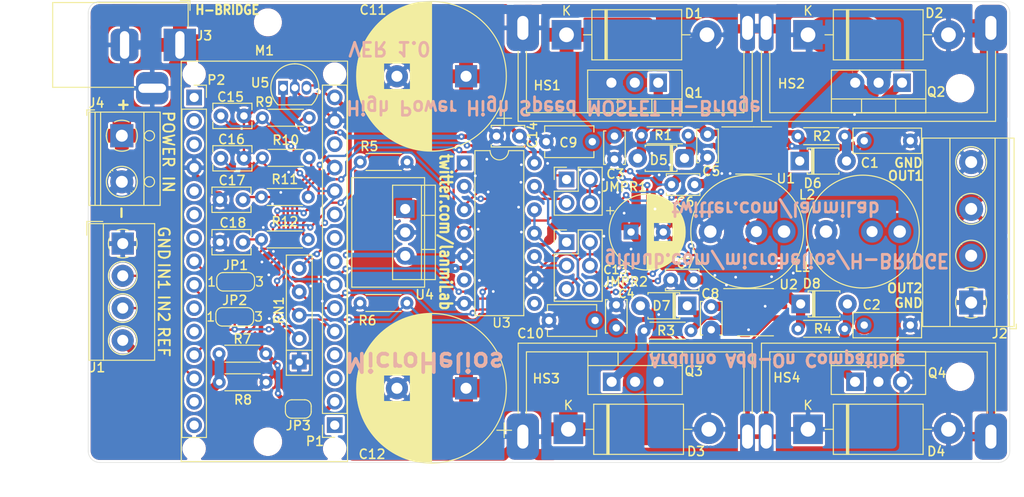
<source format=kicad_pcb>
(kicad_pcb (version 20171130) (host pcbnew "(5.1.5)-3")
  (layers (0 F.Cu signal) (31 B.Cu signal) (35 F.Paste user) (36 B.SilkS user) (37 F.SilkS user) (38 B.Mask user) (39 F.Mask user) (44 Edge.Cuts user))
  (net 0 "")
  (net 1 GND)
  (net 2 /VO1)
  (net 3 /VO2)
  (net 4 VD)
  (net 5 VDD)
  (net 6 /VOS1)
  (net 7 "Net-(C6-Pad1)")
  (net 8 /VOS2)
  (net 9 "Net-(C8-Pad1)")
  (net 10 VCC)
  (net 11 /VOF1)
  (net 12 /VOF2)
  (net 13 /VOSF1)
  (net 14 /VOSF2)
  (net 15 "Net-(D5-Pad2)")
  (net 16 "Net-(D5-Pad1)")
  (net 17 "Net-(D6-Pad2)")
  (net 18 "Net-(D6-Pad1)")
  (net 19 "Net-(D7-Pad2)")
  (net 20 "Net-(D7-Pad1)")
  (net 21 "Net-(D8-Pad2)")
  (net 22 "Net-(D8-Pad1)")
  (net 23 /PWM1)
  (net 24 /D9)
  (net 25 /PWM2)
  (net 26 /D10)
  (net 27 "Net-(J1-Pad4)")
  (net 28 "Net-(U1-Pad6)")
  (net 29 "Net-(JMPR1-Pad2)")
  (net 30 "Net-(JMPR2-Pad5)")
  (net 31 "Net-(JMPR2-Pad2)")
  (net 32 "Net-(U3-Pad6)")
  (net 33 "Net-(JMPR2-Pad6)")
  (net 34 "Net-(JMPR2-Pad3)")
  (net 35 "Net-(JMPR1-Pad3)")
  (net 36 "Net-(U3-Pad8)")
  (net 37 "Net-(JP1-Pad1)")
  (net 38 "Net-(JP2-Pad1)")
  (net 39 "Net-(JP3-Pad1)")
  (net 40 "Net-(P1-Pad13)")
  (net 41 "Net-(P1-Pad10)")
  (net 42 "Net-(P1-Pad9)")
  (net 43 "Net-(P1-Pad8)")
  (net 44 "Net-(P1-Pad4)")
  (net 45 "Net-(P1-Pad3)")
  (net 46 "Net-(P1-Pad1)")
  (net 47 "Net-(P2-Pad15)")
  (net 48 "Net-(P2-Pad14)")
  (net 49 "Net-(P2-Pad11)")
  (net 50 "Net-(P2-Pad10)")
  (net 51 "Net-(P2-Pad7)")
  (net 52 "Net-(P2-Pad6)")
  (net 53 "Net-(P2-Pad5)")
  (net 54 "Net-(P2-Pad3)")
  (net 55 "Net-(P2-Pad2)")
  (net 56 "Net-(P2-Pad1)")
  (module Module:Arduino_Nano_33_IoT_3D_NoPads (layer F.Cu) (at 119 84.15)
    (fp_text reference M1 (at 7.62 -5.08) (layer F.SilkS) (effects (font (thickness 0.17))))
    (fp_text value Arduino_Nano_v3.x_plug)
    (pad "" np_thru_hole circle (at 0 -2.54) (size 2.05 2.05) (drill 2.05) (layers *.Cu *.Mask))
    (pad "" np_thru_hole circle (at 15.24 -2.54) (size 2.05 2.05) (drill 2.05) (layers *.Cu *.Mask))
    (pad "" np_thru_hole circle (at 15.24 38.1) (size 2.05 2.05) (drill 2.05) (layers *.Cu *.Mask))
    (pad "" np_thru_hole circle (at 0 38.1) (size 2.05 2.05) (drill 2.05) (layers *.Cu *.Mask))
  )
  (module _Jumper:ShortingJumperCap-2_P2.54mm (layer F.Cu) (at 160.7 104.95)
    (fp_text reference JPC3 hide)
    (fp_text value JumperCap)
  )
  (module _Jumper:ShortingJumperCap-2_P2.54mm (layer F.Cu) (at 160.7 99.9)
    (fp_text reference JPC2 hide)
    (fp_text value JumperCap)
  )
  (module _Jumper:ShortingJumperCap-2_P2.54mm (layer F.Cu) (at 160.7 93.05)
    (fp_text reference JPC1 hide)
    (fp_text value JumperCap)
  )
  (module MountingHole:MountingHole_2.1mm (layer F.Cu) (at 202.1 114.45)
    (fp_text reference H2 hide)
    (fp_text value MountingHole_Pad)
    (pad "" np_thru_hole circle (at 0 0) (size 2.6 2.6) (drill 2.6) (layers *.Cu *.Mask))
  )
  (module MountingHole:MountingHole_2.1mm (layer F.Cu) (at 202.1 83.15)
    (fp_text reference H1 hide)
    (fp_text value MountingHole_Pad)
    (pad "" np_thru_hole circle (at 0 0) (size 2.6 2.6) (drill 2.6) (layers *.Cu *.Mask))
  )
  (module MountingHole:MountingHole_2.1mm (layer F.Cu) (at 127 121.5)
    (fp_text reference H3 hide)
    (fp_text value MountingHole_Pad)
    (pad "" np_thru_hole circle (at 0 0) (size 2.6 2.6) (drill 2.6) (layers *.Cu *.Mask))
  )
  (module MountingHole:MountingHole_2.1mm (layer F.Cu) (at 127 76)
    (fp_text reference H4 hide)
    (fp_text value MountingHole_Pad)
    (pad "" np_thru_hole circle (at 0 0) (size 2.55 2.55) (drill 2.55) (layers *.Cu *.Mask))
  )
  (module Inductor_THT:L_Radial_D12.0mm_P5.00mm_Neosid_SD12k_style2 (layer F.Cu) (at 175 98.7)
    (fp_text reference L1 (at 10 3.85) (layer F.SilkS) (effects (font (thickness 0.17))))
    (fp_text value 4.7uH)
    (pad 2 thru_hole circle (at 8 0) (size 2.5 2.5) (drill 1.35) (layers *.Cu *.Mask) (net 2 /VO1))
    (pad 1 thru_hole circle (at 0 0) (size 2.5 2.5) (drill 1.35) (layers *.Cu *.Mask) (net 6 /VOS1))
    (pad 2 thru_hole circle (at 5 0) (size 2.4 2.4) (drill 1.2) (layers *.Cu *.Mask) (net 2 /VO1))
  )
  (module Inductor_THT:L_Radial_D12.0mm_P5.00mm_Neosid_SD12k_style2 (layer F.Cu) (at 187.55 98.7)
    (fp_text reference L2 (at -2.05 -4) (layer F.SilkS) (effects (font (thickness 0.17))))
    (fp_text value 4.7uH)
    (pad 2 thru_hole circle (at 8 0) (size 2.5 2.5) (drill 1.35) (layers *.Cu *.Mask) (net 3 /VO2))
    (pad 1 thru_hole circle (at 0 0) (size 2.5 2.5) (drill 1.35) (layers *.Cu *.Mask) (net 8 /VOS2))
    (pad 2 thru_hole circle (at 5 0) (size 2.4 2.4) (drill 1.2) (layers *.Cu *.Mask) (net 3 /VO2))
  )
  (module Connector_PinHeader_2.54mm:PinHeader_2x02_P2.54mm_Vertical (layer F.Cu) (at 159.4 93.05)
    (fp_text reference JMPR1 (at 6.3 0.8) (layer F.SilkS) (effects (font (thickness 0.17))))
    (fp_text value Conn_02x02_Odd_Even)
    (pad 4 thru_hole oval (at 2.54 2.54) (size 1.7 1.7) (drill 1) (layers *.Cu *.Mask) (net 29 "Net-(JMPR1-Pad2)"))
    (pad 3 thru_hole oval (at 0 2.54) (size 1.7 1.7) (drill 1) (layers *.Cu *.Mask) (net 35 "Net-(JMPR1-Pad3)"))
    (pad 2 thru_hole oval (at 2.54 0) (size 1.7 1.7) (drill 1) (layers *.Cu *.Mask) (net 29 "Net-(JMPR1-Pad2)"))
    (pad 1 thru_hole rect (at 0 0) (size 1.7 1.7) (drill 1) (layers *.Cu *.Mask) (net 23 /PWM1))
  )
  (module Package_DIP:DIP-14_W7.62mm (layer F.Cu) (at 148.3 91.25)
    (fp_text reference U3 (at 4.05 17.35) (layer F.SilkS))
    (fp_text value "6 x Hex Inverter")
    (pad 14 thru_hole oval (at 7.62 0) (size 1.6 1.6) (drill 0.8) (layers *.Cu *.Mask) (net 10 VCC))
    (pad 7 thru_hole oval (at 0 15.24) (size 1.6 1.6) (drill 0.8) (layers *.Cu *.Mask) (net 1 GND))
    (pad 13 thru_hole oval (at 7.62 2.54) (size 1.6 1.6) (drill 0.8) (layers *.Cu *.Mask) (net 25 /PWM2))
    (pad 6 thru_hole oval (at 0 12.7) (size 1.6 1.6) (drill 0.8) (layers *.Cu *.Mask) (net 32 "Net-(U3-Pad6)"))
    (pad 12 thru_hole oval (at 7.62 5.08) (size 1.6 1.6) (drill 0.8) (layers *.Cu *.Mask) (net 33 "Net-(JMPR2-Pad6)"))
    (pad 5 thru_hole oval (at 0 10.16) (size 1.6 1.6) (drill 0.8) (layers *.Cu *.Mask) (net 1 GND))
    (pad 11 thru_hole oval (at 7.62 7.62) (size 1.6 1.6) (drill 0.8) (layers *.Cu *.Mask) (net 33 "Net-(JMPR2-Pad6)"))
    (pad 4 thru_hole oval (at 0 7.62) (size 1.6 1.6) (drill 0.8) (layers *.Cu *.Mask) (net 28 "Net-(U1-Pad6)"))
    (pad 10 thru_hole oval (at 7.62 10.16) (size 1.6 1.6) (drill 0.8) (layers *.Cu *.Mask) (net 34 "Net-(JMPR2-Pad3)"))
    (pad 3 thru_hole oval (at 0 5.08) (size 1.6 1.6) (drill 0.8) (layers *.Cu *.Mask) (net 23 /PWM1))
    (pad 9 thru_hole oval (at 7.62 12.7) (size 1.6 1.6) (drill 0.8) (layers *.Cu *.Mask) (net 1 GND))
    (pad 2 thru_hole oval (at 0 2.54) (size 1.6 1.6) (drill 0.8) (layers *.Cu *.Mask) (net 35 "Net-(JMPR1-Pad3)"))
    (pad 8 thru_hole oval (at 7.62 15.24) (size 1.6 1.6) (drill 0.8) (layers *.Cu *.Mask) (net 36 "Net-(U3-Pad8)"))
    (pad 1 thru_hole rect (at 0 0) (size 1.6 1.6) (drill 0.8) (layers *.Cu *.Mask) (net 28 "Net-(U1-Pad6)"))
  )
  (module Barrel_Jack:BarrelJack_Horizontal (layer F.Cu) (at 117.45 78.45)
    (fp_text reference J3 (at 2.65 -1) (layer F.SilkS) (effects (font (thickness 0.17))))
    (fp_text value Barrel_Jack_Switch)
    (pad 1 thru_hole rect (at 0 0) (size 3.5 3.5) (drill oval 1 3) (layers *.Cu *.Mask) (net 4 VD))
    (pad 2 thru_hole roundrect (at -6 0) (size 3 3.5) (drill oval 1 3) (layers *.Cu *.Mask) (net 1 GND))
    (pad 3 thru_hole roundrect (at -3 4.7) (size 3.5 3.5) (drill oval 3 1) (layers *.Cu *.Mask) (net 1 GND))
  )
  (module _Heatsink:Heatsink_AAVID_6021BG_25.4x12.7mm__Solderable (layer F.Cu) (at 193.25 120.95)
    (fp_text reference HS4 (at -9.95 -6.4) (layer F.SilkS) (effects (font (thickness 0.17))))
    (fp_text value Heatsink_Pad hide)
    (pad 1 thru_hole roundrect (at -12.19 0) (size 1.6 5) (drill oval 1.2 2.6) (layers *.Cu *.Mask) (net 1 GND))
    (pad 1 thru_hole roundrect (at 12.19 0) (size 3.5 5) (drill oval 1.2 2.6) (layers *.Cu *.Mask) (net 1 GND))
  )
  (module _Heatsink:Heatsink_AAVID_6021BG_25.4x12.7mm__Solderable (layer F.Cu) (at 166.85 120.95)
    (fp_text reference HS3 (at -9.65 -6.3) (layer F.SilkS) (effects (font (thickness 0.17))))
    (fp_text value Heatsink_Pad hide)
    (pad 1 thru_hole roundrect (at -12.19 0) (size 3.5 5) (drill oval 1.2 2.6) (layers *.Cu *.Mask) (net 1 GND))
    (pad 1 thru_hole roundrect (at 12.19 0) (size 1.6 5) (drill oval 1.2 2.6) (layers *.Cu *.Mask) (net 1 GND))
  )
  (module _Heatsink:Heatsink_AAVID_6021BG_25.4x12.7mm__Solderable (layer F.Cu) (at 166.85 76.6 180)
    (fp_text reference HS1 (at 9.55 -6.25) (layer F.SilkS) (effects (font (thickness 0.17))))
    (fp_text value Heatsink_Pad hide)
    (pad 1 thru_hole roundrect (at -12.19 0 180) (size 1.6 5) (drill oval 1.2 2.6) (layers *.Cu *.Mask) (net 1 GND))
    (pad 1 thru_hole roundrect (at 12.19 0 180) (size 3.5 5) (drill oval 1.2 2.6) (layers *.Cu *.Mask) (net 1 GND))
  )
  (module _Heatsink:Heatsink_AAVID_6021BG_25.4x12.7mm__Solderable (layer F.Cu) (at 193.25 76.6 180)
    (fp_text reference HS2 (at 9.45 -6.05) (layer F.SilkS) (effects (font (thickness 0.17))))
    (fp_text value Heatsink_Pad hide)
    (pad 1 thru_hole roundrect (at -12.19 0 180) (size 3.5 5) (drill oval 1.2 2.6) (layers *.Cu *.Mask) (net 1 GND))
    (pad 1 thru_hole roundrect (at 12.19 0 180) (size 1.6 5) (drill oval 1.2 2.6) (layers *.Cu *.Mask) (net 1 GND))
  )
  (module Capacitor_THT:C_Rect_L7.2mm_W2.5mm_P5.00mm_FKS2_FKP2_MKS2_MKP2 (layer F.Cu) (at 191.7 88.85)
    (fp_text reference C1 (at 0.6 2.4) (layer F.SilkS) (effects (font (thickness 0.17))))
    (fp_text value 220nF)
    (pad 2 thru_hole circle (at 5 0) (size 1.6 1.6) (drill 0.8) (layers *.Cu *.Mask) (net 1 GND))
    (pad 1 thru_hole circle (at 0 0) (size 1.6 1.6) (drill 0.8) (layers *.Cu *.Mask) (net 2 /VO1))
  )
  (module Capacitor_THT:C_Rect_L7.2mm_W2.5mm_P5.00mm_FKS2_FKP2_MKS2_MKP2 (layer F.Cu) (at 191.7 108.85)
    (fp_text reference C2 (at 0.8 -2.2) (layer F.SilkS) (effects (font (thickness 0.17))))
    (fp_text value 220nF)
    (pad 2 thru_hole circle (at 5 0) (size 1.6 1.6) (drill 0.8) (layers *.Cu *.Mask) (net 1 GND))
    (pad 1 thru_hole circle (at 0 0) (size 1.6 1.6) (drill 0.8) (layers *.Cu *.Mask) (net 3 /VO2))
  )
  (module Capacitor_THT:C_Disc_D3.4mm_W2.1mm_P2.50mm (layer F.Cu) (at 164.6 88.35 270)
    (fp_text reference C3 (at 4.1 -0.1) (layer F.SilkS) (effects (font (thickness 0.17))))
    (fp_text value 100nF/50V)
    (pad 2 thru_hole circle (at 2.5 0 270) (size 1.6 1.6) (drill 0.8) (layers *.Cu *.Mask) (net 1 GND))
    (pad 1 thru_hole circle (at 0 0 270) (size 1.6 1.6) (drill 0.8) (layers *.Cu *.Mask) (net 4 VD))
  )
  (module Capacitor_THT:C_Disc_D3.4mm_W2.1mm_P2.50mm (layer F.Cu) (at 164.8 109.15 90)
    (fp_text reference C4 (at 3.7 1.1 180) (layer F.SilkS) (effects (font (size 0.9 0.9) (thickness 0.17))))
    (fp_text value 100nF/50V)
    (pad 1 thru_hole circle (at 0 0 90) (size 1.6 1.6) (drill 0.8) (layers *.Cu *.Mask) (net 4 VD))
    (pad 2 thru_hole circle (at 2.5 0 90) (size 1.6 1.6) (drill 0.8) (layers *.Cu *.Mask) (net 1 GND))
  )
  (module Capacitor_THT:C_Disc_D3.4mm_W2.1mm_P2.50mm (layer F.Cu) (at 174.7 88.15 270)
    (fp_text reference C5 (at 4 -0.4 180) (layer F.SilkS) (effects (font (thickness 0.17))))
    (fp_text value 100nF/50V)
    (pad 2 thru_hole circle (at 2.5 0 270) (size 1.6 1.6) (drill 0.8) (layers *.Cu *.Mask) (net 1 GND))
    (pad 1 thru_hole circle (at 0 0 270) (size 1.6 1.6) (drill 0.8) (layers *.Cu *.Mask) (net 5 VDD))
  )
  (module Capacitor_THT:C_Disc_D3.4mm_W2.1mm_P2.50mm (layer F.Cu) (at 173.3 93.6 180)
    (fp_text reference C6 (at 1 -1.9) (layer F.SilkS) (effects (font (thickness 0.17))))
    (fp_text value 100nF/50V)
    (pad 2 thru_hole circle (at 2.5 0 180) (size 1.6 1.6) (drill 0.8) (layers *.Cu *.Mask) (net 6 /VOS1))
    (pad 1 thru_hole circle (at 0 0 180) (size 1.6 1.6) (drill 0.8) (layers *.Cu *.Mask) (net 7 "Net-(C6-Pad1)"))
  )
  (module Capacitor_THT:C_Disc_D3.4mm_W2.1mm_P2.50mm (layer F.Cu) (at 173.2 103.95 180)
    (fp_text reference C7 (at 0.9 1.8) (layer F.SilkS) (effects (font (thickness 0.17))))
    (fp_text value 100nF/50V)
    (pad 2 thru_hole circle (at 2.5 0 180) (size 1.6 1.6) (drill 0.8) (layers *.Cu *.Mask) (net 1 GND))
    (pad 1 thru_hole circle (at 0 0 180) (size 1.6 1.6) (drill 0.8) (layers *.Cu *.Mask) (net 5 VDD))
  )
  (module Capacitor_THT:C_Disc_D3.4mm_W2.1mm_P2.50mm (layer F.Cu) (at 175.1 106.85 270)
    (fp_text reference C8 (at -1.4 0.1 180) (layer F.SilkS) (effects (font (thickness 0.17))))
    (fp_text value 100nF/50V)
    (pad 2 thru_hole circle (at 2.5 0 270) (size 1.6 1.6) (drill 0.8) (layers *.Cu *.Mask) (net 8 /VOS2))
    (pad 1 thru_hole circle (at 0 0 270) (size 1.6 1.6) (drill 0.8) (layers *.Cu *.Mask) (net 9 "Net-(C8-Pad1)"))
  )
  (module Capacitor_THT:CP_Radial_D8.0mm_P3.50mm (layer F.Cu) (at 166.4 98.75)
    (fp_text reference C13 (at -1.7 4.1) (layer F.SilkS) (effects (font (size 0.9 0.9) (thickness 0.17))))
    (fp_text value 100uF/63V)
    (pad 2 thru_hole circle (at 3.5 0) (size 1.6 1.6) (drill 0.8) (layers *.Cu *.Mask) (net 1 GND))
    (pad 1 thru_hole rect (at 0 0) (size 1.6 1.6) (drill 0.8) (layers *.Cu *.Mask) (net 5 VDD))
  )
  (module Capacitor_THT:C_Disc_D3.4mm_W2.1mm_P2.50mm (layer F.Cu) (at 154.3 88.35 180)
    (fp_text reference C14 (at -1.4 0.1 90) (layer F.SilkS) (effects (font (thickness 0.17))))
    (fp_text value 100nF/50V)
    (pad 2 thru_hole circle (at 2.5 0 180) (size 1.6 1.6) (drill 0.8) (layers *.Cu *.Mask) (net 1 GND))
    (pad 1 thru_hole circle (at 0 0 180) (size 1.6 1.6) (drill 0.8) (layers *.Cu *.Mask) (net 10 VCC))
  )
  (module Capacitor_THT:C_Rect_L4.0mm_W2.5mm_P2.50mm (layer F.Cu) (at 121.9 86.15)
    (fp_text reference C15 (at 1.05 -2.05) (layer F.SilkS) (effects (font (thickness 0.17))))
    (fp_text value 1.8nF)
    (pad 2 thru_hole circle (at 2.5 0) (size 1.6 1.6) (drill 0.8) (layers *.Cu *.Mask) (net 1 GND))
    (pad 1 thru_hole circle (at 0 0) (size 1.6 1.6) (drill 0.8) (layers *.Cu *.Mask) (net 11 /VOF1))
  )
  (module Capacitor_THT:C_Rect_L4.0mm_W2.5mm_P2.50mm (layer F.Cu) (at 121.9 90.75)
    (fp_text reference C16 (at 1.15 -2.05) (layer F.SilkS) (effects (font (thickness 0.17))))
    (fp_text value 1.8nF)
    (pad 2 thru_hole circle (at 2.5 0) (size 1.6 1.6) (drill 0.8) (layers *.Cu *.Mask) (net 1 GND))
    (pad 1 thru_hole circle (at 0 0) (size 1.6 1.6) (drill 0.8) (layers *.Cu *.Mask) (net 12 /VOF2))
  )
  (module Capacitor_THT:C_Rect_L4.0mm_W2.5mm_P2.50mm (layer F.Cu) (at 124.3 95.25 180)
    (fp_text reference C17 (at 1.2 2.1) (layer F.SilkS) (effects (font (thickness 0.17))))
    (fp_text value 1.8nF)
    (pad 2 thru_hole circle (at 2.5 0 180) (size 1.6 1.6) (drill 0.8) (layers *.Cu *.Mask) (net 1 GND))
    (pad 1 thru_hole circle (at 0 0 180) (size 1.6 1.6) (drill 0.8) (layers *.Cu *.Mask) (net 13 /VOSF1))
  )
  (module Capacitor_THT:C_Rect_L4.0mm_W2.5mm_P2.50mm (layer F.Cu) (at 124.3 99.85 180)
    (fp_text reference C18 (at 1.1 2.1) (layer F.SilkS) (effects (font (thickness 0.17))))
    (fp_text value 1.8nF)
    (pad 2 thru_hole circle (at 2.5 0 180) (size 1.6 1.6) (drill 0.8) (layers *.Cu *.Mask) (net 1 GND))
    (pad 1 thru_hole circle (at 0 0 180) (size 1.6 1.6) (drill 0.8) (layers *.Cu *.Mask) (net 14 /VOSF2))
  )
  (module Diode_THT:D_DO-201AD_P15.24mm_Horizontal (layer F.Cu) (at 159.4 77.35)
    (fp_text reference D1 (at 13.8 -2.3) (layer F.SilkS) (effects (font (thickness 0.17))))
    (fp_text value MBR360)
    (fp_text user K (at 0 -2.6) (layer F.SilkS))
    (pad 2 thru_hole oval (at 15.24 0) (size 3.2 3.2) (drill 1.6) (layers *.Cu *.Mask) (net 6 /VOS1))
    (pad 1 thru_hole rect (at 0 0) (size 3.2 3.2) (drill 1.6) (layers *.Cu *.Mask) (net 4 VD))
  )
  (module Diode_THT:D_DO-201AD_P15.24mm_Horizontal (layer F.Cu) (at 185.6 77.35)
    (fp_text reference D2 (at 13.7 -2.35) (layer F.SilkS) (effects (font (thickness 0.17))))
    (fp_text value MBR360)
    (fp_text user K (at 0 -2.6) (layer F.SilkS))
    (pad 2 thru_hole oval (at 15.24 0) (size 3.2 3.2) (drill 1.6) (layers *.Cu *.Mask) (net 1 GND))
    (pad 1 thru_hole rect (at 0 0) (size 3.2 3.2) (drill 1.6) (layers *.Cu *.Mask) (net 6 /VOS1))
  )
  (module Diode_THT:D_DO-201AD_P15.24mm_Horizontal (layer F.Cu) (at 159.6 120.15)
    (fp_text reference D3 (at 13.85 2.4) (layer F.SilkS) (effects (font (thickness 0.17))))
    (fp_text value MBR360)
    (fp_text user K (at 0 -2.6) (layer F.SilkS))
    (pad 2 thru_hole oval (at 15.24 0) (size 3.2 3.2) (drill 1.6) (layers *.Cu *.Mask) (net 8 /VOS2))
    (pad 1 thru_hole rect (at 0 0) (size 3.2 3.2) (drill 1.6) (layers *.Cu *.Mask) (net 4 VD))
  )
  (module Diode_THT:D_DO-201AD_P15.24mm_Horizontal (layer F.Cu) (at 185.6 120.15)
    (fp_text reference D4 (at 13.9 2.4) (layer F.SilkS) (effects (font (thickness 0.17))))
    (fp_text value MBR360)
    (fp_text user K (at 0 -2.6) (layer F.SilkS))
    (pad 2 thru_hole oval (at 15.24 0) (size 3.2 3.2) (drill 1.6) (layers *.Cu *.Mask) (net 1 GND))
    (pad 1 thru_hole rect (at 0 0) (size 3.2 3.2) (drill 1.6) (layers *.Cu *.Mask) (net 8 /VOS2))
  )
  (module Diode_THT:D_T-1_P5.08mm_Horizontal (layer F.Cu) (at 172.2 90.75 180)
    (fp_text reference D5 (at 2.8 -0.2) (layer F.SilkS) (effects (font (thickness 0.17))))
    (fp_text value D_Schottky_Small)
    (pad 2 thru_hole oval (at 5.08 0 180) (size 2 2) (drill 1) (layers *.Cu *.Mask) (net 15 "Net-(D5-Pad2)"))
    (pad 1 thru_hole roundrect (at 0 0 180) (size 2 2) (drill 1) (layers *.Cu *.Mask) (net 16 "Net-(D5-Pad1)"))
  )
  (module Diode_THT:D_T-1_P5.08mm_Horizontal (layer F.Cu) (at 184.7 91.05)
    (fp_text reference D6 (at 1.4 2.4) (layer F.SilkS) (effects (font (thickness 0.17))))
    (fp_text value D_Schottky_Small)
    (pad 2 thru_hole oval (at 5.08 0) (size 2 2) (drill 1) (layers *.Cu *.Mask) (net 17 "Net-(D6-Pad2)"))
    (pad 1 thru_hole rect (at 0 0) (size 2 2) (drill 1) (layers *.Cu *.Mask) (net 18 "Net-(D6-Pad1)"))
  )
  (module Diode_THT:D_T-1_P5.08mm_Horizontal (layer F.Cu) (at 172.5 106.75 180)
    (fp_text reference D7 (at 2.8 0) (layer F.SilkS) (effects (font (thickness 0.17))))
    (fp_text value D_Schottky_Small)
    (pad 2 thru_hole oval (at 5.08 0 180) (size 2 2) (drill 1) (layers *.Cu *.Mask) (net 19 "Net-(D7-Pad2)"))
    (pad 1 thru_hole rect (at 0 0 180) (size 2 2) (drill 1) (layers *.Cu *.Mask) (net 20 "Net-(D7-Pad1)"))
  )
  (module Diode_THT:D_T-1_P5.08mm_Horizontal (layer F.Cu) (at 184.8 106.55)
    (fp_text reference D8 (at 1.2 -2.2) (layer F.SilkS) (effects (font (thickness 0.17))))
    (fp_text value D_Schottky_Small)
    (pad 2 thru_hole oval (at 5.08 0) (size 2 2) (drill 1) (layers *.Cu *.Mask) (net 21 "Net-(D8-Pad2)"))
    (pad 1 thru_hole rect (at 0 0) (size 2 2) (drill 1) (layers *.Cu *.Mask) (net 22 "Net-(D8-Pad1)"))
  )
  (module TerminalBlock_RND:TerminalBlock_RND_205-00012_1x02_P5.00mm_Horizontal (layer F.Cu) (at 111.15 88.3 270)
    (fp_text reference J4 (at -3.55 2.75 180) (layer F.SilkS) (effects (font (thickness 0.17))))
    (fp_text value Screw_Terminal_01x02)
    (pad 2 thru_hole circle (at 5 0 270) (size 2.5 2.5) (drill 1.3) (layers *.Cu *.Mask) (net 1 GND))
    (pad 1 thru_hole rect (at 0 0 270) (size 2.5 2.5) (drill 1.3) (layers *.Cu *.Mask) (net 4 VD))
  )
  (module Jumper:SolderJumper-3_P1.3mm_Bridged12_RoundedPad1.0x1.5mm_NumberLabels (layer F.Cu) (at 123.5 104.15)
    (fp_text reference JP1 (at 0 -1.8) (layer F.SilkS) (effects (font (thickness 0.17))))
    (fp_text value SolderJumper_3_Bridged12)
    (fp_poly (pts (xy -0.9 -0.3) (xy -0.4 -0.3) (xy -0.4 0.3) (xy -0.9 0.3)) (layer F.Cu) (width 0))
    (fp_text user 1 (at -2.6 0) (layer F.SilkS))
    (fp_text user 3 (at 2.6 0) (layer F.SilkS))
    (pad 1 smd custom (at -1.3 0) (size 1 0.5) (layers F.Cu F.Mask) (net 37 "Net-(JP1-Pad1)") (options (clearance outline) (anchor rect)) (primitives (gr_poly (pts (xy 0.55 -0.75) (xy 0 -0.75) (xy 0 0.75) (xy 0.55 0.75)) (width 0)) (gr_circle (center 0 0.25) (end 0.5 0.25) (width 0)) (gr_circle (center 0 -0.25) (end 0.5 -0.25) (width 0))))
    (pad 2 smd rect (at 0 0) (size 1 1.5) (layers F.Cu F.Mask) (net 23 /PWM1))
    (pad 3 smd custom (at 1.3 0) (size 1 0.5) (layers F.Cu F.Mask) (net 24 /D9) (options (clearance outline) (anchor rect)) (primitives (gr_circle (center 0 0.25) (end 0.5 0.25) (width 0)) (gr_circle (center 0 -0.25) (end 0.5 -0.25) (width 0)) (gr_poly (pts (xy -0.55 -0.75) (xy 0 -0.75) (xy 0 0.75) (xy -0.55 0.75)) (width 0))))
  )
  (module Jumper:SolderJumper-3_P1.3mm_Bridged12_RoundedPad1.0x1.5mm_NumberLabels (layer F.Cu) (at 123.4 107.95)
    (fp_text reference JP2 (at 0 -1.8) (layer F.SilkS) (effects (font (thickness 0.17))))
    (fp_text value SolderJumper_3_Bridged12)
    (fp_poly (pts (xy -0.9 -0.3) (xy -0.4 -0.3) (xy -0.4 0.3) (xy -0.9 0.3)) (layer F.Cu) (width 0))
    (fp_text user 1 (at -2.6 0) (layer F.SilkS))
    (fp_text user 3 (at 2.6 0) (layer F.SilkS))
    (pad 1 smd custom (at -1.3 0) (size 1 0.5) (layers F.Cu F.Mask) (net 38 "Net-(JP2-Pad1)") (options (clearance outline) (anchor rect)) (primitives (gr_poly (pts (xy 0.55 -0.75) (xy 0 -0.75) (xy 0 0.75) (xy 0.55 0.75)) (width 0)) (gr_circle (center 0 0.25) (end 0.5 0.25) (width 0)) (gr_circle (center 0 -0.25) (end 0.5 -0.25) (width 0))))
    (pad 2 smd rect (at 0 0) (size 1 1.5) (layers F.Cu F.Mask) (net 25 /PWM2))
    (pad 3 smd custom (at 1.3 0) (size 1 0.5) (layers F.Cu F.Mask) (net 26 /D10) (options (clearance outline) (anchor rect)) (primitives (gr_circle (center 0 0.25) (end 0.5 0.25) (width 0)) (gr_circle (center 0 -0.25) (end 0.5 -0.25) (width 0)) (gr_poly (pts (xy -0.55 -0.75) (xy 0 -0.75) (xy 0 0.75) (xy -0.55 0.75)) (width 0))))
  )
  (module Jumper:SolderJumper-2_P1.3mm_Open_RoundedPad1.0x1.5mm (layer F.Cu) (at 130.3 117.95 180)
    (fp_text reference JP3 (at 0 -1.8) (layer F.SilkS) (effects (font (thickness 0.17))))
    (fp_text value Jumper_NO_Small)
    (pad 2 smd custom (at 0.65 0 180) (size 1 0.5) (layers F.Cu F.Mask) (net 10 VCC) (options (clearance outline) (anchor rect)) (primitives (gr_circle (center 0 0.25) (end 0.5 0.25) (width 0)) (gr_circle (center 0 -0.25) (end 0.5 -0.25) (width 0)) (gr_poly (pts (xy 0 -0.75) (xy -0.5 -0.75) (xy -0.5 0.75) (xy 0 0.75)) (width 0))))
    (pad 1 smd custom (at -0.65 0 180) (size 1 0.5) (layers F.Cu F.Mask) (net 39 "Net-(JP3-Pad1)") (options (clearance outline) (anchor rect)) (primitives (gr_circle (center 0 0.25) (end 0.5 0.25) (width 0)) (gr_circle (center 0 -0.25) (end 0.5 -0.25) (width 0)) (gr_poly (pts (xy 0 -0.75) (xy 0.5 -0.75) (xy 0.5 0.75) (xy 0 0.75)) (width 0))))
  )
  (module Package_TO_SOT_THT:TO-220-3_Vertical (layer F.Cu) (at 169.35 82.55 180)
    (fp_text reference Q1 (at -3.85 -1.1) (layer F.SilkS) (effects (font (thickness 0.17))))
    (fp_text value NMOSFET)
    (pad 3 thru_hole oval (at 5.08 0 180) (size 1.905 2) (drill 1.1) (layers *.Cu *.Mask) (net 6 /VOS1))
    (pad 2 thru_hole oval (at 2.54 0 180) (size 1.905 2) (drill 1.1) (layers *.Cu *.Mask) (net 4 VD))
    (pad 1 thru_hole rect (at 0 0 180) (size 1.905 2) (drill 1.1) (layers *.Cu *.Mask) (net 15 "Net-(D5-Pad2)"))
  )
  (module Package_TO_SOT_THT:TO-220-3_Vertical (layer F.Cu) (at 195.8 82.55 180)
    (fp_text reference Q2 (at -3.7 -1) (layer F.SilkS) (effects (font (thickness 0.17))))
    (fp_text value NMOSFET)
    (pad 3 thru_hole oval (at 5.08 0 180) (size 1.905 2) (drill 1.1) (layers *.Cu *.Mask) (net 1 GND))
    (pad 2 thru_hole oval (at 2.54 0 180) (size 1.905 2) (drill 1.1) (layers *.Cu *.Mask) (net 6 /VOS1))
    (pad 1 thru_hole rect (at 0 0 180) (size 1.905 2) (drill 1.1) (layers *.Cu *.Mask) (net 17 "Net-(D6-Pad2)"))
  )
  (module Package_TO_SOT_THT:TO-220-3_Vertical (layer F.Cu) (at 164.3 115)
    (fp_text reference Q3 (at 8.9 -1.15) (layer F.SilkS) (effects (font (thickness 0.17))))
    (fp_text value NMOSFET)
    (pad 3 thru_hole oval (at 5.08 0) (size 1.905 2) (drill 1.1) (layers *.Cu *.Mask) (net 8 /VOS2))
    (pad 2 thru_hole oval (at 2.54 0) (size 1.905 2) (drill 1.1) (layers *.Cu *.Mask) (net 4 VD))
    (pad 1 thru_hole rect (at 0 0) (size 1.905 2) (drill 1.1) (layers *.Cu *.Mask) (net 19 "Net-(D7-Pad2)"))
  )
  (module Package_TO_SOT_THT:TO-220-3_Vertical (layer F.Cu) (at 190.7 115)
    (fp_text reference Q4 (at 8.9 -0.95) (layer F.SilkS) (effects (font (thickness 0.17))))
    (fp_text value NMOSFET)
    (pad 1 thru_hole rect (at 0 0) (size 1.905 2) (drill 1.1) (layers *.Cu *.Mask) (net 21 "Net-(D8-Pad2)"))
    (pad 2 thru_hole oval (at 2.54 0) (size 1.905 2) (drill 1.1) (layers *.Cu *.Mask) (net 8 /VOS2))
    (pad 3 thru_hole oval (at 5.08 0) (size 1.905 2) (drill 1.1) (layers *.Cu *.Mask) (net 1 GND))
  )
  (module Resistor_THT:R_Axial_DIN0204_L3.6mm_D1.6mm_P5.08mm_Horizontal (layer F.Cu) (at 172.6 88.25 180)
    (fp_text reference R1 (at 2.7 0) (layer F.SilkS) (effects (font (thickness 0.17))))
    (fp_text value 4R7)
    (pad 2 thru_hole oval (at 5.08 0 180) (size 1.4 1.4) (drill 0.7) (layers *.Cu *.Mask) (net 15 "Net-(D5-Pad2)"))
    (pad 1 thru_hole circle (at 0 0 180) (size 1.4 1.4) (drill 0.7) (layers *.Cu *.Mask) (net 16 "Net-(D5-Pad1)"))
  )
  (module Resistor_THT:R_Axial_DIN0204_L3.6mm_D1.6mm_P5.08mm_Horizontal (layer F.Cu) (at 184.5 88.35)
    (fp_text reference R2 (at 2.6 0) (layer F.SilkS) (effects (font (thickness 0.17))))
    (fp_text value 4R7)
    (pad 2 thru_hole oval (at 5.08 0) (size 1.4 1.4) (drill 0.7) (layers *.Cu *.Mask) (net 17 "Net-(D6-Pad2)"))
    (pad 1 thru_hole circle (at 0 0) (size 1.4 1.4) (drill 0.7) (layers *.Cu *.Mask) (net 18 "Net-(D6-Pad1)"))
  )
  (module Resistor_THT:R_Axial_DIN0204_L3.6mm_D1.6mm_P5.08mm_Horizontal (layer F.Cu) (at 172.9 109.45 180)
    (fp_text reference R3 (at 2.7 0) (layer F.SilkS) (effects (font (thickness 0.17))))
    (fp_text value 4R7)
    (pad 2 thru_hole oval (at 5.08 0 180) (size 1.4 1.4) (drill 0.7) (layers *.Cu *.Mask) (net 19 "Net-(D7-Pad2)"))
    (pad 1 thru_hole circle (at 0 0 180) (size 1.4 1.4) (drill 0.7) (layers *.Cu *.Mask) (net 20 "Net-(D7-Pad1)"))
  )
  (module Resistor_THT:R_Axial_DIN0204_L3.6mm_D1.6mm_P5.08mm_Horizontal (layer F.Cu) (at 184.5 109.25)
    (fp_text reference R4 (at 2.7 0) (layer F.SilkS) (effects (font (thickness 0.17))))
    (fp_text value 4R7)
    (pad 2 thru_hole oval (at 5.08 0) (size 1.4 1.4) (drill 0.7) (layers *.Cu *.Mask) (net 21 "Net-(D8-Pad2)"))
    (pad 1 thru_hole circle (at 0 0) (size 1.4 1.4) (drill 0.7) (layers *.Cu *.Mask) (net 22 "Net-(D8-Pad1)"))
  )
  (module Resistor_THT:R_Axial_DIN0204_L3.6mm_D1.6mm_P5.08mm_Horizontal (layer F.Cu) (at 142.1 91.15 180)
    (fp_text reference R5 (at 4.1 1.7) (layer F.SilkS) (effects (font (thickness 0.17))))
    (fp_text value 47K)
    (pad 2 thru_hole oval (at 5.08 0 180) (size 1.4 1.4) (drill 0.7) (layers *.Cu *.Mask) (net 23 /PWM1))
    (pad 1 thru_hole circle (at 0 0 180) (size 1.4 1.4) (drill 0.7) (layers *.Cu *.Mask) (net 1 GND))
  )
  (module Resistor_THT:R_Axial_DIN0204_L3.6mm_D1.6mm_P5.08mm_Horizontal (layer F.Cu) (at 137 106.45)
    (fp_text reference R6 (at 0.8 1.9) (layer F.SilkS) (effects (font (thickness 0.17))))
    (fp_text value 47K)
    (pad 2 thru_hole oval (at 5.08 0) (size 1.4 1.4) (drill 0.7) (layers *.Cu *.Mask) (net 25 /PWM2))
    (pad 1 thru_hole circle (at 0 0) (size 1.4 1.4) (drill 0.7) (layers *.Cu *.Mask) (net 1 GND))
  )
  (module Resistor_THT:R_Axial_DIN0204_L3.6mm_D1.6mm_P5.08mm_Horizontal (layer F.Cu) (at 121.7 111.95)
    (fp_text reference R7 (at 2.54 -1.6) (layer F.SilkS) (effects (font (thickness 0.17))))
    (fp_text value 4K7)
    (pad 2 thru_hole oval (at 5.08 0) (size 1.4 1.4) (drill 0.7) (layers *.Cu *.Mask) (net 10 VCC))
    (pad 1 thru_hole circle (at 0 0) (size 1.4 1.4) (drill 0.7) (layers *.Cu *.Mask) (net 27 "Net-(J1-Pad4)"))
  )
  (module Resistor_THT:R_Axial_DIN0204_L3.6mm_D1.6mm_P5.08mm_Horizontal (layer F.Cu) (at 126.8 115.05 180)
    (fp_text reference R8 (at 2.5 -1.9) (layer F.SilkS) (effects (font (thickness 0.17))))
    (fp_text value 4K7)
    (pad 2 thru_hole oval (at 5.08 0 180) (size 1.4 1.4) (drill 0.7) (layers *.Cu *.Mask) (net 27 "Net-(J1-Pad4)"))
    (pad 1 thru_hole circle (at 0 0 180) (size 1.4 1.4) (drill 0.7) (layers *.Cu *.Mask) (net 1 GND))
  )
  (module Resistor_THT:R_Axial_DIN0204_L3.6mm_D1.6mm_P5.08mm_Horizontal (layer F.Cu) (at 126.4 86.35)
    (fp_text reference R9 (at 0.2 -1.7) (layer F.SilkS) (effects (font (thickness 0.17))))
    (fp_text value 47K)
    (pad 2 thru_hole oval (at 5.08 0) (size 1.4 1.4) (drill 0.7) (layers *.Cu *.Mask) (net 2 /VO1))
    (pad 1 thru_hole circle (at 0 0) (size 1.4 1.4) (drill 0.7) (layers *.Cu *.Mask) (net 11 /VOF1))
  )
  (module Resistor_THT:R_Axial_DIN0204_L3.6mm_D1.6mm_P5.08mm_Horizontal (layer F.Cu) (at 126.4 90.7)
    (fp_text reference R10 (at 2.54 -1.92) (layer F.SilkS) (effects (font (thickness 0.17))))
    (fp_text value 47K)
    (pad 2 thru_hole oval (at 5.08 0) (size 1.4 1.4) (drill 0.7) (layers *.Cu *.Mask) (net 3 /VO2))
    (pad 1 thru_hole circle (at 0 0) (size 1.4 1.4) (drill 0.7) (layers *.Cu *.Mask) (net 12 /VOF2))
  )
  (module Resistor_THT:R_Axial_DIN0204_L3.6mm_D1.6mm_P5.08mm_Horizontal (layer F.Cu) (at 126.3 94.95)
    (fp_text reference R11 (at 2.54 -1.92) (layer F.SilkS) (effects (font (thickness 0.17))))
    (fp_text value 47K)
    (pad 2 thru_hole oval (at 5.08 0) (size 1.4 1.4) (drill 0.7) (layers *.Cu *.Mask) (net 6 /VOS1))
    (pad 1 thru_hole circle (at 0 0) (size 1.4 1.4) (drill 0.7) (layers *.Cu *.Mask) (net 13 /VOSF1))
  )
  (module Resistor_THT:R_Axial_DIN0204_L3.6mm_D1.6mm_P5.08mm_Horizontal (layer F.Cu) (at 126.3 99.55)
    (fp_text reference R12 (at 2.54 -1.92) (layer F.SilkS) (effects (font (thickness 0.17))))
    (fp_text value 47K)
    (pad 2 thru_hole oval (at 5.08 0) (size 1.4 1.4) (drill 0.7) (layers *.Cu *.Mask) (net 8 /VOS2))
    (pad 1 thru_hole circle (at 0 0) (size 1.4 1.4) (drill 0.7) (layers *.Cu *.Mask) (net 14 /VOSF2))
  )
  (module Resistor_THT:R_Array_SIP5 (layer F.Cu) (at 130.4 112.85 90)
    (fp_text reference RN1 (at 5.6 -2.2 90) (layer F.SilkS) (effects (font (thickness 0.17))))
    (fp_text value 3K3)
    (pad 5 thru_hole oval (at 10.16 0 90) (size 1.6 1.6) (drill 0.8) (layers *.Cu *.Mask) (net 11 /VOF1))
    (pad 4 thru_hole oval (at 7.62 0 90) (size 1.6 1.6) (drill 0.8) (layers *.Cu *.Mask) (net 12 /VOF2))
    (pad 3 thru_hole oval (at 5.08 0 90) (size 1.6 1.6) (drill 0.8) (layers *.Cu *.Mask) (net 13 /VOSF1))
    (pad 2 thru_hole oval (at 2.54 0 90) (size 1.6 1.6) (drill 0.8) (layers *.Cu *.Mask) (net 14 /VOSF2))
    (pad 1 thru_hole rect (at 0 0 90) (size 1.6 1.6) (drill 0.8) (layers *.Cu *.Mask) (net 1 GND))
  )
  (module Package_SO:SOIC-8_3.9x4.9mm_P1.27mm (layer F.Cu) (at 179.7 89.9)
    (fp_text reference U1 (at 3.5 3.05) (layer F.SilkS) (effects (font (thickness 0.17))))
    (fp_text value HIP2101_SOIC)
    (pad 8 smd roundrect (at 2.475 -1.905) (size 1.95 0.6) (layers F.Cu F.Paste F.Mask) (net 18 "Net-(D6-Pad1)"))
    (pad 7 smd roundrect (at 2.475 -0.635) (size 1.95 0.6) (layers F.Cu F.Paste F.Mask) (net 1 GND))
    (pad 6 smd roundrect (at 2.475 0.635) (size 1.95 0.6) (layers F.Cu F.Paste F.Mask) (net 28 "Net-(U1-Pad6)"))
    (pad 5 smd roundrect (at 2.475 1.905) (size 1.95 0.6) (layers F.Cu F.Paste F.Mask) (net 29 "Net-(JMPR1-Pad2)"))
    (pad 4 smd roundrect (at -2.475 1.905) (size 1.95 0.6) (layers F.Cu F.Paste F.Mask) (net 6 /VOS1))
    (pad 3 smd roundrect (at -2.475 0.635) (size 1.95 0.6) (layers F.Cu F.Paste F.Mask) (net 16 "Net-(D5-Pad1)"))
    (pad 2 smd roundrect (at -2.475 -0.635) (size 1.95 0.6) (layers F.Cu F.Paste F.Mask) (net 7 "Net-(C6-Pad1)"))
    (pad 1 smd roundrect (at -2.475 -1.905) (size 1.95 0.6) (layers F.Cu F.Paste F.Mask) (net 5 VDD))
  )
  (module Package_SO:SOIC-8_3.9x4.9mm_P1.27mm (layer F.Cu) (at 179.9 107.45)
    (fp_text reference U2 (at 3.6 -3) (layer F.SilkS) (effects (font (thickness 0.17))))
    (fp_text value HIP2101_SOIC)
    (pad 8 smd roundrect (at 2.475 -1.905) (size 1.95 0.6) (layers F.Cu F.Paste F.Mask) (net 22 "Net-(D8-Pad1)"))
    (pad 7 smd roundrect (at 2.475 -0.635) (size 1.95 0.6) (layers F.Cu F.Paste F.Mask) (net 1 GND))
    (pad 6 smd roundrect (at 2.475 0.635) (size 1.95 0.6) (layers F.Cu F.Paste F.Mask) (net 30 "Net-(JMPR2-Pad5)"))
    (pad 5 smd roundrect (at 2.475 1.905) (size 1.95 0.6) (layers F.Cu F.Paste F.Mask) (net 31 "Net-(JMPR2-Pad2)"))
    (pad 4 smd roundrect (at -2.475 1.905) (size 1.95 0.6) (layers F.Cu F.Paste F.Mask) (net 8 /VOS2))
    (pad 3 smd roundrect (at -2.475 0.635) (size 1.95 0.6) (layers F.Cu F.Paste F.Mask) (net 20 "Net-(D7-Pad1)"))
    (pad 2 smd roundrect (at -2.475 -0.635) (size 1.95 0.6) (layers F.Cu F.Paste F.Mask) (net 9 "Net-(C8-Pad1)"))
    (pad 1 smd roundrect (at -2.475 -1.905) (size 1.95 0.6) (layers F.Cu F.Paste F.Mask) (net 5 VDD))
  )
  (module Package_TO_SOT_THT:TO-92_Inline (layer F.Cu) (at 128.65 83.1)
    (fp_text reference U5 (at -2.5 -0.55) (layer F.SilkS) (effects (font (thickness 0.17))))
    (fp_text value "DC/DC 5V/100mA")
    (pad 1 thru_hole rect (at 0 0) (size 1.05 1.5) (drill 0.75) (layers *.Cu *.Mask) (net 10 VCC))
    (pad 3 thru_hole oval (at 2.54 0) (size 1.05 1.5) (drill 0.75) (layers *.Cu *.Mask) (net 5 VDD))
    (pad 2 thru_hole oval (at 1.27 0) (size 1.05 1.5) (drill 0.75) (layers *.Cu *.Mask) (net 1 GND))
  )
  (module Connector_PinSocket_2.54mm:PinSocket_1x15_P2.54mm_Vertical (layer F.Cu) (at 119 84.15)
    (fp_text reference P2 (at 2.4 -1.9) (layer F.SilkS) (effects (font (thickness 0.17))))
    (fp_text value Conn_01x15)
    (pad 15 thru_hole oval (at 0 35.56) (size 1.7 1.7) (drill 1) (layers *.Cu *.Mask) (net 47 "Net-(P2-Pad15)"))
    (pad 14 thru_hole oval (at 0 33.02) (size 1.7 1.7) (drill 1) (layers *.Cu *.Mask) (net 48 "Net-(P2-Pad14)"))
    (pad 13 thru_hole oval (at 0 30.48) (size 1.7 1.7) (drill 1) (layers *.Cu *.Mask) (net 26 /D10))
    (pad 12 thru_hole oval (at 0 27.94) (size 1.7 1.7) (drill 1) (layers *.Cu *.Mask) (net 24 /D9))
    (pad 11 thru_hole oval (at 0 25.4) (size 1.7 1.7) (drill 1) (layers *.Cu *.Mask) (net 49 "Net-(P2-Pad11)"))
    (pad 10 thru_hole oval (at 0 22.86) (size 1.7 1.7) (drill 1) (layers *.Cu *.Mask) (net 50 "Net-(P2-Pad10)"))
    (pad 9 thru_hole oval (at 0 20.32) (size 1.7 1.7) (drill 1) (layers *.Cu *.Mask) (net 38 "Net-(JP2-Pad1)"))
    (pad 8 thru_hole oval (at 0 17.78) (size 1.7 1.7) (drill 1) (layers *.Cu *.Mask) (net 37 "Net-(JP1-Pad1)"))
    (pad 7 thru_hole oval (at 0 15.24) (size 1.7 1.7) (drill 1) (layers *.Cu *.Mask) (net 51 "Net-(P2-Pad7)"))
    (pad 6 thru_hole oval (at 0 12.7) (size 1.7 1.7) (drill 1) (layers *.Cu *.Mask) (net 52 "Net-(P2-Pad6)"))
    (pad 5 thru_hole oval (at 0 10.16) (size 1.7 1.7) (drill 1) (layers *.Cu *.Mask) (net 53 "Net-(P2-Pad5)"))
    (pad 4 thru_hole oval (at 0 7.62) (size 1.7 1.7) (drill 1) (layers *.Cu *.Mask) (net 1 GND))
    (pad 3 thru_hole oval (at 0 5.08) (size 1.7 1.7) (drill 1) (layers *.Cu *.Mask) (net 54 "Net-(P2-Pad3)"))
    (pad 2 thru_hole oval (at 0 2.54) (size 1.7 1.7) (drill 1) (layers *.Cu *.Mask) (net 55 "Net-(P2-Pad2)"))
    (pad 1 thru_hole rect (at 0 0) (size 1.7 1.7) (drill 1) (layers *.Cu *.Mask) (net 56 "Net-(P2-Pad1)"))
  )
  (module Connector_PinSocket_2.54mm:PinSocket_1x15_P2.54mm_Vertical (layer F.Cu) (at 134.25 119.7 180)
    (fp_text reference P1 (at 2.15 -1.75) (layer F.SilkS) (effects (font (thickness 0.17))))
    (fp_text value Conn_01x15)
    (pad 15 thru_hole oval (at 0 35.56 180) (size 1.7 1.7) (drill 1) (layers *.Cu *.Mask) (net 5 VDD))
    (pad 14 thru_hole oval (at 0 33.02 180) (size 1.7 1.7) (drill 1) (layers *.Cu *.Mask) (net 1 GND))
    (pad 13 thru_hole oval (at 0 30.48 180) (size 1.7 1.7) (drill 1) (layers *.Cu *.Mask) (net 40 "Net-(P1-Pad13)"))
    (pad 12 thru_hole oval (at 0 27.94 180) (size 1.7 1.7) (drill 1) (layers *.Cu *.Mask) (net 10 VCC))
    (pad 11 thru_hole oval (at 0 25.4 180) (size 1.7 1.7) (drill 1) (layers *.Cu *.Mask) (net 11 /VOF1))
    (pad 10 thru_hole oval (at 0 22.86 180) (size 1.7 1.7) (drill 1) (layers *.Cu *.Mask) (net 41 "Net-(P1-Pad10)"))
    (pad 9 thru_hole oval (at 0 20.32 180) (size 1.7 1.7) (drill 1) (layers *.Cu *.Mask) (net 42 "Net-(P1-Pad9)"))
    (pad 8 thru_hole oval (at 0 17.78 180) (size 1.7 1.7) (drill 1) (layers *.Cu *.Mask) (net 43 "Net-(P1-Pad8)"))
    (pad 7 thru_hole oval (at 0 15.24 180) (size 1.7 1.7) (drill 1) (layers *.Cu *.Mask) (net 14 /VOSF2))
    (pad 6 thru_hole oval (at 0 12.7 180) (size 1.7 1.7) (drill 1) (layers *.Cu *.Mask) (net 12 /VOF2))
    (pad 5 thru_hole oval (at 0 10.16 180) (size 1.7 1.7) (drill 1) (layers *.Cu *.Mask) (net 13 /VOSF1))
    (pad 4 thru_hole oval (at 0 7.62 180) (size 1.7 1.7) (drill 1) (layers *.Cu *.Mask) (net 44 "Net-(P1-Pad4)"))
    (pad 3 thru_hole oval (at 0 5.08 180) (size 1.7 1.7) (drill 1) (layers *.Cu *.Mask) (net 45 "Net-(P1-Pad3)"))
    (pad 2 thru_hole oval (at 0 2.54 180) (size 1.7 1.7) (drill 1) (layers *.Cu *.Mask) (net 39 "Net-(JP3-Pad1)"))
    (pad 1 thru_hole rect (at 0 0 180) (size 1.7 1.7) (drill 1) (layers *.Cu *.Mask) (net 46 "Net-(P1-Pad1)"))
  )
  (module TO:TO-220-3_SRH05S09 (layer F.Cu) (at 141.9 96.25 270)
    (fp_text reference U4 (at 9.3 -2.1 180) (layer F.SilkS) (effects (font (thickness 0.17))))
    (fp_text value "DC/DC 9V/500mA")
    (pad 1 thru_hole rect (at 0 0 270) (size 1.905 2) (drill 1.1) (layers *.Cu *.Mask) (net 4 VD))
    (pad 2 thru_hole oval (at 2.54 0 270) (size 1.905 2) (drill 1.1) (layers *.Cu *.Mask) (net 1 GND))
    (pad 3 thru_hole oval (at 5.08 0 270) (size 1.905 2) (drill 1.1) (layers *.Cu *.Mask) (net 5 VDD))
  )
  (module TerminalBlock_4Ucon:TerminalBlock_4Ucon_1x04_P3.50mm_Horizontal (layer F.Cu) (at 111.25 100 270)
    (fp_text reference J1 (at 13.45 2.75 180) (layer F.SilkS) (effects (font (thickness 0.17))))
    (fp_text value Screw_Terminal_01x04)
    (pad 4 thru_hole circle (at 10.5 0 270) (size 2.4 2.4) (drill 1.2) (layers *.Cu *.Mask) (net 27 "Net-(J1-Pad4)"))
    (pad 3 thru_hole circle (at 7 0 270) (size 2.4 2.4) (drill 1.2) (layers *.Cu *.Mask) (net 25 /PWM2))
    (pad 2 thru_hole circle (at 3.5 0 270) (size 2.4 2.4) (drill 1.2) (layers *.Cu *.Mask) (net 23 /PWM1))
    (pad 1 thru_hole rect (at 0 0 270) (size 2.4 2.4) (drill 1.2) (layers *.Cu *.Mask) (net 1 GND))
  )
  (module TerminalBlock_Phoenix:TerminalBlock_Phoenix_MKDS-1,5-4-5.08_1x04_P5.08mm_Horizontal (layer F.Cu) (at 203.3 106.4 90)
    (fp_text reference J2 (at -3.37 3.1 180) (layer F.SilkS) (effects (font (thickness 0.17))))
    (fp_text value Screw_Terminal_01x04)
    (pad 4 thru_hole circle (at 15.24 0 90) (size 2.6 2.6) (drill 1.3) (layers *.Cu *.Mask) (net 1 GND))
    (pad 3 thru_hole circle (at 10.16 0 90) (size 2.6 2.6) (drill 1.3) (layers *.Cu *.Mask) (net 2 /VO1))
    (pad 2 thru_hole circle (at 5.08 0 90) (size 2.6 2.6) (drill 1.3) (layers *.Cu *.Mask) (net 3 /VO2))
    (pad 1 thru_hole rect (at 0 0 90) (size 2.6 2.6) (drill 1.3) (layers *.Cu *.Mask) (net 1 GND))
  )
  (module Capacitor_THT:CP_Radial_D16.0mm_P7.50mm (layer F.Cu) (at 148.5 81.85 180)
    (fp_text reference C11 (at 10.1 7.2) (layer F.SilkS) (effects (font (thickness 0.17))))
    (fp_text value 1000uF/63V)
    (pad 2 thru_hole circle (at 7.5 0 180) (size 2.4 2.4) (drill 1.2) (layers *.Cu *.Mask) (net 1 GND))
    (pad 1 thru_hole rect (at 0 0 180) (size 2.4 2.4) (drill 1.2) (layers *.Cu *.Mask) (net 4 VD))
  )
  (module Capacitor_THT:CP_Radial_D16.0mm_P7.50mm (layer F.Cu) (at 148.5 115.7 180)
    (fp_text reference C12 (at 10.2 -7.15) (layer F.SilkS) (effects (font (thickness 0.17))))
    (fp_text value 1000uF/63V)
    (pad 2 thru_hole circle (at 7.5 0 180) (size 2.4 2.4) (drill 1.2) (layers *.Cu *.Mask) (net 1 GND))
    (pad 1 thru_hole rect (at 0 0 180) (size 2.4 2.4) (drill 1.2) (layers *.Cu *.Mask) (net 4 VD))
  )
  (module Connector_PinHeader_2.54mm:PinHeader_2x03_P2.54mm_Vertical (layer F.Cu) (at 159.4 99.85)
    (fp_text reference JMPR2 (at 6.4 4.3) (layer F.SilkS) (effects (font (thickness 0.17))))
    (fp_text value Conn_02x03_Odd_Even)
    (pad 6 thru_hole oval (at 2.54 5.08) (size 1.7 1.7) (drill 1) (layers *.Cu *.Mask) (net 33 "Net-(JMPR2-Pad6)"))
    (pad 5 thru_hole oval (at 0 5.08) (size 1.7 1.7) (drill 1) (layers *.Cu *.Mask) (net 30 "Net-(JMPR2-Pad5)"))
    (pad 4 thru_hole oval (at 2.54 2.54) (size 1.7 1.7) (drill 1) (layers *.Cu *.Mask) (net 31 "Net-(JMPR2-Pad2)"))
    (pad 3 thru_hole oval (at 0 2.54) (size 1.7 1.7) (drill 1) (layers *.Cu *.Mask) (net 34 "Net-(JMPR2-Pad3)"))
    (pad 2 thru_hole oval (at 2.54 0) (size 1.7 1.7) (drill 1) (layers *.Cu *.Mask) (net 31 "Net-(JMPR2-Pad2)"))
    (pad 1 thru_hole rect (at 0 0) (size 1.7 1.7) (drill 1) (layers *.Cu *.Mask) (net 25 /PWM2))
  )
  (module Capacitor_THT:C_Disc_D5.1mm_W3.2mm_P5.00mm (layer F.Cu) (at 162.2 88.95 180)
    (fp_text reference C9 (at 2.6 -0.1) (layer F.SilkS) (effects (font (thickness 0.17))))
    (fp_text value 4.7uF)
    (pad 2 thru_hole circle (at 5 0 180) (size 1.6 1.6) (drill 0.8) (layers *.Cu *.Mask) (net 1 GND))
    (pad 1 thru_hole circle (at 0 0 180) (size 1.6 1.6) (drill 0.8) (layers *.Cu *.Mask) (net 4 VD))
  )
  (module Capacitor_THT:C_Disc_D5.1mm_W3.2mm_P5.00mm (layer F.Cu) (at 162.5 108.35 180)
    (fp_text reference C10 (at 7 -1.4) (layer F.SilkS) (effects (font (thickness 0.17))))
    (fp_text value 4.7uF)
    (pad 2 thru_hole circle (at 5 0 180) (size 1.6 1.6) (drill 0.8) (layers *.Cu *.Mask) (net 1 GND))
    (pad 1 thru_hole circle (at 0 0 180) (size 1.6 1.6) (drill 0.8) (layers *.Cu *.Mask) (net 4 VD))
  )
  (gr_text H-BRIDGE (at 122.6 74.65) (layer F.SilkS) (effects (font (size 1 0.9) (thickness 0.225))))
  (gr_text twitter.com/lanmiLab (at 146.3 98.75 270) (layer F.SilkS) (effects (font (size 1.3 1.05) (thickness 0.25))))
  (gr_text "Arduino Add-On Compatible" (at 182.3 112.65 180) (layer B.SilkS) (effects (font (size 1.3 1.3) (thickness 0.325)) (justify mirror)))
  (gr_text "VER 1.0" (at 140.2 78.85 180) (layer B.SilkS) (effects (font (size 1.5 1.5) (thickness 0.3)) (justify mirror)))
  (gr_text twitter.com/lanmiLab (at 182.1 96.25 180) (layer B.SilkS) (effects (font (size 1.5 1.4) (thickness 0.3)) (justify mirror)))
  (gr_text github.com/microhelios/H-BRIDGE (at 182.2 101.85 180) (layer B.SilkS) (effects (font (size 1.5 1.4) (thickness 0.3)) (justify mirror)))
  (gr_text "High Power High Speed MOSFET H-Bridge" (at 158 85.25 180) (layer B.SilkS) (effects (font (size 1.5 1.4) (thickness 0.3)) (justify mirror)))
  (gr_text MicroHelios (at 144 112.85 180) (layer B.SilkS) (effects (font (size 2 2) (thickness 0.4)) (justify mirror)))
  (gr_text + (at 111.4 84.95 270) (layer F.SilkS) (effects (font (size 1.2 1.2) (thickness 0.25))))
  (gr_text - (at 111.2 96.65 270) (layer F.SilkS) (effects (font (size 1.2 1.2) (thickness 0.25))))
  (gr_text GND (at 196.5 106.45) (layer F.SilkS) (effects (font (size 1 1) (thickness 0.2))))
  (gr_text OUT2 (at 196.1 104.85) (layer F.SilkS) (effects (font (size 1 1) (thickness 0.2))))
  (gr_text OUT1 (at 196.2 92.65) (layer F.SilkS) (effects (font (size 1 1) (thickness 0.2))))
  (gr_text GND (at 196.5 91.25) (layer F.SilkS) (effects (font (size 1 1) (thickness 0.2))))
  (gr_text "POWER IN" (at 116.2 90.05 270) (layer F.SilkS) (effects (font (size 1.2 1.2) (thickness 0.2))))
  (gr_text GND (at 115.7 99.95 270) (layer F.SilkS) (effects (font (size 1.2 1.2) (thickness 0.2))))
  (gr_text REF (at 115.7 110.65 270) (layer F.SilkS) (effects (font (size 1.2 1.2) (thickness 0.2))))
  (gr_text IN2 (at 115.7 107.05 270) (layer F.SilkS) (effects (font (size 1.2 1.2) (thickness 0.2))))
  (gr_text IN1 (at 115.7 103.55 270) (layer F.SilkS) (effects (font (size 1.2 1.2) (thickness 0.2))))
  (gr_arc (start 108.75 75) (end 108.75 73.75) (angle -90) (layer Edge.Cuts) (width 0.05))
  (gr_arc (start 108.75 122.5) (end 107.5 122.5) (angle -90) (layer Edge.Cuts) (width 0.05))
  (gr_arc (start 206.25 122.5) (end 206.25 123.75) (angle -90) (layer Edge.Cuts) (width 0.05))
  (gr_arc (start 206.25 75) (end 207.5 75) (angle -90) (layer Edge.Cuts) (width 0.05))
  (gr_line (start 107.5 75) (end 107.5 122.5) (layer Edge.Cuts) (width 0.05))
  (gr_line (start 206.25 73.75) (end 108.75 73.75) (layer Edge.Cuts) (width 0.05))
  (gr_line (start 207.5 122.5) (end 207.5 75) (layer Edge.Cuts) (width 0.05))
  (gr_line (start 108.75 123.75) (end 206.25 123.75) (layer Edge.Cuts) (width 0.05))
  (segment (start 177.35 74.55) (end 182.95 74.55) (width 1) (layer B.Cu) (net 1))
  (segment (start 151.55 74.6) (end 157.15 74.6) (width 1) (layer B.Cu) (net 1))
  (segment (start 205.45 80.55) (end 205.45 78.21) (width 1) (layer B.Cu) (net 1))
  (segment (start 205.25 80) (end 205.25 78.45) (width 2) (layer F.Cu) (net 1))
  (segment (start 203.65 76.65) (end 205.2 76.65) (width 2) (layer F.Cu) (net 1))
  (segment (start 177.1 76.7) (end 182.9 76.7) (width 1) (layer F.Cu) (net 1))
  (via (at 149.5 92.65) (size 0.7) (drill 0.3) (layers F.Cu B.Cu) (net 1))
  (via (at 180.95 106.8) (size 0.7) (drill 0.3) (layers F.Cu B.Cu) (net 1))
  (segment (start 182.375 106.815) (end 180.965 106.815) (width 0.5) (layer F.Cu) (net 1))
  (segment (start 180.965 106.815) (end 180.95 106.8) (width 0.5) (layer F.Cu) (net 1))
  (via (at 183.866222 89.427431) (size 0.7) (drill 0.3) (layers F.Cu B.Cu) (net 1))
  (segment (start 183.703791 89.265) (end 183.866222 89.427431) (width 0.5) (layer F.Cu) (net 1))
  (segment (start 182.175 89.265) (end 183.703791 89.265) (width 0.5) (layer F.Cu) (net 1))
  (segment (start 154.66 120.95) (end 152.56 123.05) (width 1) (layer F.Cu) (net 1))
  (segment (start 152.56 123.05) (end 136.2 123.05) (width 1) (layer F.Cu) (net 1))
  (segment (start 155 74.6) (end 157.9 74.6) (width 1) (layer F.Cu) (net 1))
  (segment (start 154.66 76.6) (end 154.66 74.89) (width 1) (layer F.Cu) (net 1))
  (segment (start 156.292524 122.9) (end 157.95 122.9) (width 1.2) (layer F.Cu) (net 1))
  (segment (start 124.35 86.1) (end 124.3 86.15) (width 0.25) (layer F.Cu) (net 1))
  (segment (start 124.35 90.7) (end 124.3 90.75) (width 0.25) (layer F.Cu) (net 1))
  (segment (start 133.875997 98.015001) (end 133.436419 98.454579) (width 0.25) (layer B.Cu) (net 1))
  (segment (start 133.436419 98.454579) (end 132.905575 98.454579) (width 0.25) (layer B.Cu) (net 1))
  (segment (start 132.179964 97.728968) (end 132.179964 96.99102) (width 0.25) (layer B.Cu) (net 1))
  (segment (start 132.905575 98.454579) (end 132.179964 97.728968) (width 0.25) (layer B.Cu) (net 1))
  (segment (start 139.875001 98.015001) (end 133.875997 98.015001) (width 0.25) (layer B.Cu) (net 1))
  (segment (start 140.65 98.79) (end 139.875001 98.015001) (width 0.25) (layer B.Cu) (net 1))
  (segment (start 141.9 98.79) (end 140.65 98.79) (width 0.25) (layer B.Cu) (net 1))
  (segment (start 124.4 87.28137) (end 124.4 90.75) (width 0.25) (layer F.Cu) (net 1))
  (segment (start 124.4 86.15) (end 124.4 87.28137) (width 0.25) (layer F.Cu) (net 1))
  (segment (start 121.8 94.57) (end 121.8 95.25) (width 0.25) (layer F.Cu) (net 1))
  (segment (start 121.17 94.57) (end 121.8 94.57) (width 0.5) (layer F.Cu) (net 1))
  (segment (start 119 91.77) (end 119 92.4) (width 0.5) (layer F.Cu) (net 1))
  (segment (start 119 92.4) (end 121.17 94.57) (width 0.5) (layer F.Cu) (net 1))
  (segment (start 133.400001 85.830001) (end 133.400001 85.500001) (width 0.25) (layer F.Cu) (net 1))
  (segment (start 134.25 86.68) (end 133.400001 85.830001) (width 0.25) (layer F.Cu) (net 1))
  (segment (start 129.92 83.325) (end 129.92 83.1) (width 0.25) (layer F.Cu) (net 1))
  (segment (start 133.400001 85.500001) (end 132.07501 84.17501) (width 0.25) (layer F.Cu) (net 1))
  (segment (start 132.07501 84.17501) (end 130.77001 84.17501) (width 0.25) (layer F.Cu) (net 1))
  (segment (start 130.77001 84.17501) (end 129.92 83.325) (width 0.25) (layer F.Cu) (net 1))
  (segment (start 132.67 85.1) (end 134.25 86.68) (width 0.25) (layer F.Cu) (net 1))
  (segment (start 124.4 86.15) (end 124.9 86.15) (width 0.25) (layer F.Cu) (net 1))
  (segment (start 125.95 85.1) (end 132.67 85.1) (width 0.25) (layer F.Cu) (net 1))
  (segment (start 124.9 86.15) (end 125.95 85.1) (width 0.25) (layer F.Cu) (net 1))
  (via (at 150.75 90.85) (size 0.7) (drill 0.3) (layers F.Cu B.Cu) (net 1))
  (via (at 154.5 91.45) (size 0.7) (drill 0.3) (layers F.Cu B.Cu) (net 1))
  (via (at 149.9 96.5) (size 0.7) (drill 0.3) (layers F.Cu B.Cu) (net 1))
  (via (at 164.95 94.45) (size 0.7) (drill 0.3) (layers F.Cu B.Cu) (net 1))
  (via (at 154.45 93.35) (size 0.7) (drill 0.3) (layers F.Cu B.Cu) (net 1))
  (via (at 150.9 94.4) (size 0.7) (drill 0.3) (layers F.Cu B.Cu) (net 1))
  (via (at 154.2 96.05) (size 0.7) (drill 0.3) (layers F.Cu B.Cu) (net 1))
  (via (at 154.5 98.75) (size 0.7) (drill 0.3) (layers F.Cu B.Cu) (net 1))
  (via (at 165.05 102.7) (size 0.7) (drill 0.3) (layers F.Cu B.Cu) (net 1))
  (via (at 162.95 94.45) (size 0.7) (drill 0.3) (layers F.Cu B.Cu) (net 1))
  (via (at 166.4 100.6) (size 0.7) (drill 0.3) (layers F.Cu B.Cu) (net 1))
  (via (at 163.45 99.2) (size 0.7) (drill 0.3) (layers F.Cu B.Cu) (net 1))
  (via (at 149.8 98.45) (size 0.7) (drill 0.3) (layers F.Cu B.Cu) (net 1))
  (via (at 149.95 104) (size 0.7) (drill 0.3) (layers F.Cu B.Cu) (net 1))
  (via (at 151.45 105.2) (size 0.7) (drill 0.3) (layers F.Cu B.Cu) (net 1))
  (via (at 169.4 107.7) (size 0.7) (drill 0.3) (layers F.Cu B.Cu) (net 1))
  (via (at 179.15 109.35) (size 0.7) (drill 0.3) (layers F.Cu B.Cu) (net 1))
  (via (at 158.2 105.9) (size 0.7) (drill 0.3) (layers F.Cu B.Cu) (net 1))
  (via (at 176.75 104.5) (size 0.7) (drill 0.3) (layers F.Cu B.Cu) (net 1))
  (via (at 175.5 103.45) (size 0.7) (drill 0.3) (layers F.Cu B.Cu) (net 1))
  (via (at 177.75 103.65) (size 0.7) (drill 0.3) (layers F.Cu B.Cu) (net 1))
  (via (at 184 103.2) (size 0.7) (drill 0.3) (layers F.Cu B.Cu) (net 1))
  (via (at 181.65 103.6) (size 0.7) (drill 0.3) (layers F.Cu B.Cu) (net 1))
  (via (at 165.65 96.7) (size 0.7) (drill 0.3) (layers F.Cu B.Cu) (net 1))
  (via (at 127.5 95.7) (size 0.7) (drill 0.3) (layers F.Cu B.Cu) (net 1))
  (via (at 127.1 103.4) (size 0.7) (drill 0.3) (layers F.Cu B.Cu) (net 1))
  (via (at 127.15 108.15) (size 0.7) (drill 0.3) (layers F.Cu B.Cu) (net 1))
  (via (at 126.35 102) (size 0.7) (drill 0.3) (layers F.Cu B.Cu) (net 1))
  (via (at 126.5 98.25) (size 0.7) (drill 0.3) (layers F.Cu B.Cu) (net 1))
  (via (at 129.25 92.25) (size 0.7) (drill 0.3) (layers F.Cu B.Cu) (net 1))
  (via (at 128.4 94.45) (size 0.7) (drill 0.3) (layers F.Cu B.Cu) (net 1))
  (segment (start 127.495491 100.854509) (end 127.598452 100.854509) (width 0.25) (layer F.Cu) (net 1))
  (via (at 127.598452 100.854509) (size 0.7) (drill 0.3) (layers F.Cu B.Cu) (net 1))
  (segment (start 126.35 102) (end 127.495491 100.854509) (width 0.25) (layer F.Cu) (net 1))
  (segment (start 181.06 80.06) (end 181.06 76.6) (width 0.25) (layer F.Cu) (net 1))
  (segment (start 183.55 82.55) (end 181.06 80.06) (width 0.25) (layer F.Cu) (net 1))
  (segment (start 187.75 82.55) (end 183.55 82.55) (width 2.2) (layer F.Cu) (net 1))
  (segment (start 191.25 83.8) (end 189.1 81.65) (width 2.2) (layer F.Cu) (net 1))
  (segment (start 188.65 81.65) (end 187.75 82.55) (width 2.2) (layer F.Cu) (net 1))
  (segment (start 189.1 81.65) (end 188.65 81.65) (width 2.2) (layer F.Cu) (net 1))
  (segment (start 190.65 82.55) (end 190.65 83.5) (width 2.1) (layer B.Cu) (net 1))
  (segment (start 189.5175 82.55) (end 189 83.0675) (width 0.25) (layer B.Cu) (net 1))
  (segment (start 190.72 82.55) (end 190 82.55) (width 2) (layer B.Cu) (net 1))
  (via (at 169.3 88.15) (size 0.7) (drill 0.3) (layers F.Cu B.Cu) (net 1))
  (via (at 168.65 90.2) (size 0.7) (drill 0.3) (layers F.Cu B.Cu) (net 1))
  (via (at 169.45 92.55) (size 0.7) (drill 0.3) (layers F.Cu B.Cu) (net 1))
  (via (at 170.6 91.45) (size 0.7) (drill 0.3) (layers F.Cu B.Cu) (net 1))
  (via (at 169 96.25) (size 0.7) (drill 0.3) (layers F.Cu B.Cu) (net 1))
  (segment (start 190.65 83.5) (end 190.65 84.42) (width 2.1) (layer B.Cu) (net 1))
  (via (at 190.65 86) (size 0.7) (drill 0.3) (layers F.Cu B.Cu) (net 1))
  (via (at 131.65 104.6) (size 0.7) (drill 0.3) (layers F.Cu B.Cu) (net 1))
  (via (at 132.9 106.25) (size 0.7) (drill 0.3) (layers F.Cu B.Cu) (net 1))
  (segment (start 109.45 95) (end 112.399999 92.050001) (width 1) (layer B.Cu) (net 1))
  (segment (start 111.15 93.3) (end 109.6 91.75) (width 0.25) (layer B.Cu) (net 1))
  (segment (start 109.6 91.75) (end 112.45 94.6) (width 1) (layer B.Cu) (net 1))
  (segment (start 111.45 78.45) (end 114.05 78.45) (width 1) (layer B.Cu) (net 1))
  (segment (start 111.45 81.9) (end 111.5 81.95) (width 1) (layer B.Cu) (net 1))
  (segment (start 111.45 80.2) (end 111.45 81.9) (width 1) (layer B.Cu) (net 1))
  (segment (start 111.45 74.95) (end 111.45 80.2) (width 1) (layer B.Cu) (net 1))
  (segment (start 111.5 74.9) (end 111.45 74.95) (width 0.25) (layer B.Cu) (net 1))
  (segment (start 178.13 123) (end 182.65 123) (width 0.95) (layer B.Cu) (net 1))
  (segment (start 183.25 123) (end 183.3 122.95) (width 0.25) (layer F.Cu) (net 1))
  (segment (start 177.3 123) (end 183.25 123) (width 0.95) (layer F.Cu) (net 1))
  (segment (start 205.44 120.95) (end 205.44 116.61) (width 1) (layer F.Cu) (net 1))
  (segment (start 203.69 120.95) (end 203.15 120.41) (width 0.25) (layer F.Cu) (net 1))
  (segment (start 203.15 120.197259) (end 203.102741 120.15) (width 0.25) (layer F.Cu) (net 1))
  (segment (start 203.15 120.41) (end 203.15 120.197259) (width 0.25) (layer F.Cu) (net 1))
  (segment (start 205.44 120.95) (end 203.15 120.95) (width 1) (layer F.Cu) (net 1))
  (via (at 157.35 91.3) (size 0.7) (drill 0.3) (layers F.Cu B.Cu) (net 1))
  (via (at 160.85 92) (size 0.7) (drill 0.3) (layers F.Cu B.Cu) (net 1))
  (via (at 163.4 93.05) (size 0.65) (drill 0.3) (layers F.Cu B.Cu) (net 1))
  (segment (start 177.4 74.55) (end 183.2 74.55) (width 1) (layer F.Cu) (net 1))
  (segment (start 181.01 76.65) (end 181.06 76.6) (width 1) (layer B.Cu) (net 1))
  (segment (start 178.85 76.65) (end 181.01 76.65) (width 1) (layer B.Cu) (net 1))
  (segment (start 203.1 76.6) (end 205.44 76.6) (width 1) (layer B.Cu) (net 1))
  (segment (start 202.11 95.05) (end 203.3 96.24) (width 2) (layer F.Cu) (net 2))
  (segment (start 192.3 88.9) (end 192.3 94.35) (width 2) (layer F.Cu) (net 2))
  (segment (start 170.00356 102.95356) (end 169.725001 103.232119) (width 0.25) (layer B.Cu) (net 2))
  (segment (start 170.00356 102.95356) (end 169.525002 103.43212) (width 0.25) (layer B.Cu) (net 2))
  (segment (start 169.525002 103.84057) (end 169.304408 104.061164) (width 0.25) (layer B.Cu) (net 2))
  (via (at 169.304408 104.061164) (size 0.7) (drill 0.3) (layers F.Cu B.Cu) (net 2))
  (segment (start 169.525002 103.43212) (end 169.525002 103.84057) (width 0.25) (layer B.Cu) (net 2))
  (segment (start 169.304408 104.061164) (end 168.456689 104.061164) (width 0.25) (layer F.Cu) (net 2))
  (segment (start 166.788836 104.061164) (end 166.558836 104.061164) (width 0.25) (layer F.Cu) (net 2))
  (segment (start 168.456689 104.061164) (end 166.788836 104.061164) (width 0.25) (layer F.Cu) (net 2))
  (via (at 164.75 105.25) (size 0.7) (drill 0.3) (layers F.Cu B.Cu) (net 2))
  (segment (start 166.451952 104.096506) (end 165.298458 105.25) (width 0.25) (layer B.Cu) (net 2))
  (segment (start 166.487294 104.061164) (end 166.451952 104.096506) (width 0.25) (layer F.Cu) (net 2))
  (segment (start 165.00142 105.25142) (end 164.75142 105.25142) (width 0.25) (layer F.Cu) (net 2))
  (segment (start 165.298458 105.25) (end 164.75 105.25) (width 0.25) (layer B.Cu) (net 2))
  (segment (start 164.75142 105.25142) (end 164.75 105.25) (width 0.25) (layer F.Cu) (net 2))
  (via (at 166.451952 104.096506) (size 0.7) (drill 0.3) (layers F.Cu B.Cu) (net 2))
  (segment (start 166.788836 104.061164) (end 166.487294 104.061164) (width 0.25) (layer F.Cu) (net 2))
  (segment (start 161.2 107.1) (end 161.644988 106.655012) (width 0.25) (layer F.Cu) (net 2))
  (segment (start 163.309964 106.195062) (end 164.255026 105.25) (width 0.25) (layer F.Cu) (net 2))
  (segment (start 161.644988 106.655012) (end 162.735112 106.655012) (width 0.25) (layer F.Cu) (net 2))
  (segment (start 162.735112 106.655012) (end 163.195062 106.195062) (width 0.25) (layer F.Cu) (net 2))
  (segment (start 163.195062 106.195062) (end 163.309964 106.195062) (width 0.25) (layer F.Cu) (net 2))
  (segment (start 164.255026 105.25) (end 164.75 105.25) (width 0.25) (layer F.Cu) (net 2))
  (segment (start 161.1 107.2) (end 161.2 107.1) (width 0.25) (layer F.Cu) (net 2))
  (via (at 149.228082 107.538187) (size 0.7) (drill 0.3) (layers F.Cu B.Cu) (net 2))
  (segment (start 186.8 94.3) (end 201.36 94.3) (width 4) (layer F.Cu) (net 2))
  (segment (start 201.36 94.3) (end 202.11 95.05) (width 4) (layer F.Cu) (net 2))
  (segment (start 181.5 98.7) (end 182.4 98.7) (width 4) (layer F.Cu) (net 2))
  (segment (start 182.4 98.7) (end 186.8 94.3) (width 4) (layer F.Cu) (net 2))
  (segment (start 149.611248 107.155021) (end 149.228082 107.538187) (width 0.25) (layer F.Cu) (net 2))
  (segment (start 154.846019 107.155021) (end 149.611248 107.155021) (width 0.25) (layer F.Cu) (net 2))
  (segment (start 161.144977 107.155021) (end 156.993981 107.155021) (width 0.25) (layer F.Cu) (net 2))
  (segment (start 161.2 107.1) (end 161.144977 107.155021) (width 0.25) (layer F.Cu) (net 2))
  (segment (start 155.355999 107.665001) (end 154.846019 107.155021) (width 0.25) (layer F.Cu) (net 2))
  (segment (start 156.993981 107.155021) (end 156.484001 107.665001) (width 0.25) (layer F.Cu) (net 2))
  (segment (start 156.484001 107.665001) (end 155.355999 107.665001) (width 0.25) (layer F.Cu) (net 2))
  (segment (start 180 98.7) (end 178.028082 100.671918) (width 0.25) (layer F.Cu) (net 2))
  (segment (start 172.904292 100.782842) (end 172.904292 100.287868) (width 0.25) (layer B.Cu) (net 2))
  (segment (start 173.254291 100.637867) (end 172.904292 100.287868) (width 0.25) (layer F.Cu) (net 2))
  (via (at 172.904292 100.287868) (size 0.7) (drill 0.3) (layers F.Cu B.Cu) (net 2))
  (segment (start 178.028082 100.671918) (end 173.288342 100.671918) (width 0.25) (layer F.Cu) (net 2))
  (segment (start 170.782115 102.175005) (end 172.147999 102.175005) (width 0.25) (layer B.Cu) (net 2))
  (segment (start 173.288342 100.671918) (end 173.254291 100.637867) (width 0.25) (layer F.Cu) (net 2))
  (segment (start 170.00356 102.95356) (end 170.782115 102.175005) (width 0.25) (layer B.Cu) (net 2))
  (segment (start 172.147999 102.175005) (end 172.904292 101.418712) (width 0.25) (layer B.Cu) (net 2))
  (segment (start 172.904292 101.418712) (end 172.904292 100.782842) (width 0.25) (layer B.Cu) (net 2))
  (via (at 135.398094 105.345672) (size 0.7) (drill 0.3) (layers F.Cu B.Cu) (net 2))
  (segment (start 149.228082 107.538187) (end 149.101268 107.665001) (width 0.25) (layer B.Cu) (net 2))
  (segment (start 144.865001 107.665001) (end 142.545672 105.345672) (width 0.25) (layer B.Cu) (net 2))
  (segment (start 149.101268 107.665001) (end 144.865001 107.665001) (width 0.25) (layer B.Cu) (net 2))
  (segment (start 142.545672 105.345672) (end 135.893068 105.345672) (width 0.25) (layer B.Cu) (net 2))
  (segment (start 135.893068 105.345672) (end 135.398094 105.345672) (width 0.25) (layer B.Cu) (net 2))
  (segment (start 130.324998 86.904312) (end 130.324998 91.067874) (width 0.25) (layer F.Cu) (net 2))
  (segment (start 131.58 85.95) (end 131.27931 85.95) (width 0.25) (layer F.Cu) (net 2))
  (segment (start 131.199989 92.708521) (end 129.657298 94.251212) (width 0.25) (layer F.Cu) (net 2))
  (segment (start 131.27931 85.95) (end 130.324998 86.904312) (width 0.25) (layer F.Cu) (net 2))
  (segment (start 130.324998 91.067874) (end 131.199989 91.942865) (width 0.25) (layer F.Cu) (net 2))
  (segment (start 129.68994 100.270064) (end 132.786071 103.366195) (width 0.25) (layer F.Cu) (net 2))
  (segment (start 129.657298 94.251212) (end 129.657299 97.247483) (width 0.25) (layer F.Cu) (net 2))
  (segment (start 133.515948 105.695671) (end 135.048095 105.695671) (width 0.25) (layer F.Cu) (net 2))
  (segment (start 132.786071 103.366195) (end 132.786071 104.965794) (width 0.25) (layer F.Cu) (net 2))
  (segment (start 129.657299 97.247483) (end 129.68994 97.280124) (width 0.25) (layer F.Cu) (net 2))
  (segment (start 135.048095 105.695671) (end 135.398094 105.345672) (width 0.25) (layer F.Cu) (net 2))
  (segment (start 132.786071 104.965794) (end 133.515948 105.695671) (width 0.25) (layer F.Cu) (net 2))
  (segment (start 129.68994 97.280124) (end 129.68994 100.270064) (width 0.25) (layer F.Cu) (net 2))
  (segment (start 131.199989 91.942865) (end 131.199989 92.708521) (width 0.25) (layer F.Cu) (net 2))
  (segment (start 193.45 107.1) (end 191.7 108.85) (width 2) (layer F.Cu) (net 3))
  (segment (start 194.05 98.7) (end 193.45 99.3) (width 2) (layer F.Cu) (net 3))
  (segment (start 194.05 98.7) (end 192.55 98.7) (width 4) (layer F.Cu) (net 3))
  (segment (start 195.55 98.7) (end 194.05 98.7) (width 4) (layer F.Cu) (net 3))
  (segment (start 203.3 101.32) (end 198.17 101.32) (width 4) (layer F.Cu) (net 3))
  (segment (start 198.17 101.32) (end 195.55 98.7) (width 4) (layer F.Cu) (net 3))
  (segment (start 193.4 107.05) (end 193.45 107.1) (width 4) (layer F.Cu) (net 3))
  (segment (start 193.45 99.3) (end 193.4 99.35) (width 4) (layer F.Cu) (net 3))
  (segment (start 193.4 99.35) (end 193.4 107.05) (width 4) (layer F.Cu) (net 3))
  (segment (start 192.55 98.7) (end 192.55 100.397056) (width 0.5) (layer F.Cu) (net 3))
  (segment (start 193.4 102.15) (end 192.9 102.65) (width 0.25) (layer F.Cu) (net 3))
  (segment (start 162.505051 106.155001) (end 161.437877 106.155001) (width 0.25) (layer F.Cu) (net 3))
  (segment (start 161.437877 106.155001) (end 160.937867 106.655011) (width 0.25) (layer F.Cu) (net 3))
  (segment (start 164.128875 104.531177) (end 162.505051 106.155001) (width 0.25) (layer F.Cu) (net 3))
  (via (at 164.128875 104.531177) (size 0.7) (drill 0.3) (layers F.Cu B.Cu) (net 3))
  (segment (start 165.780192 103.42476) (end 164.679953 104.524999) (width 0.25) (layer B.Cu) (net 3))
  (segment (start 164.679953 104.524999) (end 164.135053 104.524999) (width 0.25) (layer B.Cu) (net 3))
  (segment (start 164.135053 104.524999) (end 164.128875 104.531177) (width 0.25) (layer B.Cu) (net 3))
  (segment (start 166.02524 103.42476) (end 165.780192 103.42476) (width 0.25) (layer F.Cu) (net 3))
  (via (at 165.780192 103.42476) (size 0.7) (drill 0.3) (layers F.Cu B.Cu) (net 3))
  (segment (start 166.163726 103.286274) (end 166.02524 103.42476) (width 0.25) (layer F.Cu) (net 3))
  (segment (start 168.754801 103.286274) (end 166.163726 103.286274) (width 0.25) (layer F.Cu) (net 3))
  (via (at 168.754801 103.286274) (size 0.7) (drill 0.3) (layers F.Cu B.Cu) (net 3))
  (segment (start 160.937867 106.655011) (end 158.144989 106.655011) (width 0.25) (layer F.Cu) (net 3))
  (segment (start 158.144989 106.655011) (end 157.944176 106.655011) (width 0.25) (layer F.Cu) (net 3))
  (segment (start 154.695996 105.975002) (end 149.644178 105.975002) (width 0.25) (layer F.Cu) (net 3))
  (segment (start 157.824012 106.65501) (end 156.484001 105.314999) (width 0.25) (layer F.Cu) (net 3))
  (segment (start 147.710843 105.219993) (end 147.71083 105.220006) (width 0.25) (layer F.Cu) (net 3))
  (segment (start 148.889169 105.219993) (end 147.710843 105.219993) (width 0.25) (layer F.Cu) (net 3))
  (segment (start 156.484001 105.314999) (end 155.355999 105.314999) (width 0.25) (layer F.Cu) (net 3))
  (via (at 147.71083 105.220006) (size 0.7) (drill 0.3) (layers F.Cu B.Cu) (net 3))
  (segment (start 149.644178 105.975002) (end 148.889169 105.219993) (width 0.25) (layer F.Cu) (net 3))
  (segment (start 158.144989 106.655011) (end 157.824012 106.65501) (width 0.25) (layer F.Cu) (net 3))
  (segment (start 155.355999 105.314999) (end 154.695996 105.975002) (width 0.25) (layer F.Cu) (net 3))
  (via (at 171.887826 101.362174) (size 0.7) (drill 0.3) (layers F.Cu B.Cu) (net 3))
  (segment (start 170.678901 101.362174) (end 171.887826 101.362174) (width 0.25) (layer B.Cu) (net 3))
  (segment (start 168.754801 103.286274) (end 170.678901 101.362174) (width 0.25) (layer B.Cu) (net 3))
  (via (at 135.440554 102.747717) (size 0.7) (drill 0.3) (layers F.Cu B.Cu) (net 3))
  (segment (start 135.499138 102.806301) (end 135.440554 102.747717) (width 0.25) (layer B.Cu) (net 3))
  (segment (start 135.499138 102.7) (end 135.499138 102.806301) (width 0.25) (layer B.Cu) (net 3))
  (segment (start 147.71083 105.220006) (end 145.190824 102.7) (width 0.25) (layer B.Cu) (net 3))
  (segment (start 145.190824 102.7) (end 135.499138 102.7) (width 0.25) (layer B.Cu) (net 3))
  (segment (start 172.325652 101.8) (end 171.887826 101.362174) (width 0.25) (layer F.Cu) (net 3))
  (segment (start 176.55 101.8) (end 172.325652 101.8) (width 0.25) (layer F.Cu) (net 3))
  (segment (start 177.15 102.4) (end 176.55 101.8) (width 0.25) (layer F.Cu) (net 3))
  (segment (start 193.4 103.55) (end 192.25 102.4) (width 0.25) (layer F.Cu) (net 3))
  (segment (start 192.25 102.4) (end 177.15 102.4) (width 0.25) (layer F.Cu) (net 3))
  (segment (start 133.33194 103.175816) (end 135.012455 103.175816) (width 0.25) (layer F.Cu) (net 3))
  (segment (start 131.7 90.77) (end 131.699999 92.915633) (width 0.25) (layer F.Cu) (net 3))
  (segment (start 130.157309 94.458323) (end 130.157309 97.040371) (width 0.25) (layer F.Cu) (net 3))
  (segment (start 130.189951 97.073013) (end 130.189951 100.033827) (width 0.25) (layer F.Cu) (net 3))
  (segment (start 130.189951 100.033827) (end 133.33194 103.175816) (width 0.25) (layer F.Cu) (net 3))
  (segment (start 131.58 90.65) (end 131.7 90.77) (width 0.25) (layer F.Cu) (net 3))
  (segment (start 135.012455 103.175816) (end 135.090555 103.097716) (width 0.25) (layer F.Cu) (net 3))
  (segment (start 135.090555 103.097716) (end 135.440554 102.747717) (width 0.25) (layer F.Cu) (net 3))
  (segment (start 130.157309 97.040371) (end 130.189951 97.073013) (width 0.25) (layer F.Cu) (net 3))
  (segment (start 131.699999 92.915633) (end 130.157309 94.458323) (width 0.25) (layer F.Cu) (net 3))
  (segment (start 166.84 115) (end 166.84 116.51) (width 2.65) (layer F.Cu) (net 4))
  (segment (start 151.7 115.7) (end 148.5 115.7) (width 2) (layer F.Cu) (net 4))
  (segment (start 154.915218 115.7) (end 151.7 115.7) (width 2) (layer F.Cu) (net 4))
  (segment (start 156.465219 117.250001) (end 154.915218 115.7) (width 2) (layer F.Cu) (net 4))
  (segment (start 166.84 116.51) (end 166.099999 117.250001) (width 2) (layer F.Cu) (net 4))
  (segment (start 166.84 112.69) (end 162.5 108.35) (width 2) (layer F.Cu) (net 4))
  (segment (start 166.84 115) (end 166.84 112.69) (width 2.5) (layer F.Cu) (net 4))
  (segment (start 159.6 117.35) (end 159.7 117.25) (width 2) (layer F.Cu) (net 4))
  (segment (start 159.6 120.15) (end 159.6 117.35) (width 2) (layer F.Cu) (net 4))
  (segment (start 166.099999 117.250001) (end 159.7 117.25) (width 2) (layer F.Cu) (net 4))
  (segment (start 159.7 117.25) (end 156.465219 117.250001) (width 2) (layer F.Cu) (net 4))
  (segment (start 144.599999 98.049999) (end 144.599999 111.299999) (width 2) (layer F.Cu) (net 4))
  (segment (start 142.8 96.25) (end 144.599999 98.049999) (width 2) (layer F.Cu) (net 4))
  (segment (start 141.9 96.25) (end 142.8 96.25) (width 2) (layer F.Cu) (net 4))
  (segment (start 145.3 115.7) (end 148.5 115.7) (width 2) (layer F.Cu) (net 4))
  (segment (start 144.6 115) (end 145.3 115.7) (width 2) (layer F.Cu) (net 4))
  (segment (start 144.6 111.5) (end 144.6 115) (width 2) (layer F.Cu) (net 4))
  (segment (start 111.15 88.3) (end 111.15 81.75) (width 2) (layer F.Cu) (net 4))
  (segment (start 110.27499 75.02501) (end 108.77501 76.52499) (width 2) (layer F.Cu) (net 4))
  (segment (start 112.603452 75.02501) (end 110.27499 75.02501) (width 2) (layer F.Cu) (net 4))
  (segment (start 110.60001 81.20001) (end 111.15 81.75) (width 1.5) (layer F.Cu) (net 4))
  (segment (start 108.77501 76.52499) (end 108.77501 79.9999) (width 1.5) (layer F.Cu) (net 4))
  (segment (start 109.97512 81.20001) (end 110.60001 81.20001) (width 1.5) (layer F.Cu) (net 4))
  (segment (start 108.77501 79.9999) (end 109.97512 81.20001) (width 1.5) (layer F.Cu) (net 4))
  (segment (start 162.5 77.35) (end 159.4 77.35) (width 1.5) (layer F.Cu) (net 4))
  (segment (start 164.11 77.35) (end 162.5 77.35) (width 1.5) (layer F.Cu) (net 4))
  (segment (start 166.81 80.05) (end 164.11 77.35) (width 1.5) (layer F.Cu) (net 4))
  (segment (start 166.81 82.55) (end 166.81 80.05) (width 1.5) (layer F.Cu) (net 4))
  (segment (start 162.8 88.35) (end 162.2 88.95) (width 1.5) (layer F.Cu) (net 4))
  (segment (start 164.6 88.35) (end 162.8 88.35) (width 1.5) (layer F.Cu) (net 4))
  (segment (start 148.5 81.85) (end 154.9 81.85) (width 1.5) (layer F.Cu) (net 4))
  (segment (start 139.9 94.15) (end 139.9 90.45) (width 2) (layer F.Cu) (net 4))
  (segment (start 141.9 96.25) (end 141.9 96.15) (width 2) (layer F.Cu) (net 4))
  (segment (start 141.9 96.15) (end 139.9 94.15) (width 2) (layer F.Cu) (net 4))
  (segment (start 128.629002 78.7) (end 145.35 78.7) (width 2.8) (layer F.Cu) (net 4))
  (segment (start 117.55 78.7) (end 125.370998 78.7) (width 2.8) (layer F.Cu) (net 4))
  (segment (start 117.4 78.85) (end 117.55 78.7) (width 2.8) (layer F.Cu) (net 4))
  (segment (start 125.370998 78.7) (end 125.595999 78.925001) (width 2.8) (layer F.Cu) (net 4))
  (segment (start 128.404001 78.925001) (end 128.629002 78.7) (width 2.8) (layer F.Cu) (net 4))
  (segment (start 125.595999 78.925001) (end 128.404001 78.925001) (width 2.8) (layer F.Cu) (net 4))
  (segment (start 117.45 80.162998) (end 116.974999 80.637999) (width 1.5) (layer F.Cu) (net 4))
  (segment (start 117.45 78.45) (end 117.45 80.162998) (width 1.5) (layer F.Cu) (net 4))
  (segment (start 117.45 78.45) (end 117.45 82.05) (width 0.25) (layer F.Cu) (net 4))
  (segment (start 117.774999 82.999999) (end 117.849999 82.924999) (width 0.25) (layer F.Cu) (net 4))
  (segment (start 117.774999 84.175001) (end 117.774999 82.999999) (width 0.25) (layer F.Cu) (net 4))
  (segment (start 111.15 88.3) (end 113.65 88.3) (width 0.25) (layer F.Cu) (net 4))
  (segment (start 113.65 88.3) (end 117.774999 84.175001) (width 0.25) (layer F.Cu) (net 4))
  (segment (start 117.45 78.45) (end 117.45 75.4) (width 0.25) (layer F.Cu) (net 4))
  (segment (start 166.05 86.9) (end 164.6 88.35) (width 1.5) (layer F.Cu) (net 4))
  (segment (start 166.81 78.81) (end 166.75 78.75) (width 1.5) (layer F.Cu) (net 4))
  (segment (start 166.05 85.65) (end 166.05 86.9) (width 1.5) (layer F.Cu) (net 4))
  (segment (start 166.81 82.55) (end 166.81 78.81) (width 1.5) (layer F.Cu) (net 4))
  (segment (start 166.75 84.95) (end 166.05 85.65) (width 1.5) (layer F.Cu) (net 4))
  (segment (start 166.81 84.89) (end 166.75 84.95) (width 2.65) (layer F.Cu) (net 4))
  (segment (start 166.81 78.81) (end 166.81 84.89) (width 2.65) (layer F.Cu) (net 4))
  (segment (start 174.855 87.995) (end 174.7 88.15) (width 0.25) (layer F.Cu) (net 5))
  (segment (start 177.225 87.995) (end 174.855 87.995) (width 0.7) (layer F.Cu) (net 5))
  (segment (start 177.425 105.545) (end 176.045 105.545) (width 0.25) (layer F.Cu) (net 5))
  (segment (start 174.45 103.95) (end 173.2 103.95) (width 1) (layer F.Cu) (net 5))
  (segment (start 176.045 105.545) (end 174.45 103.95) (width 1) (layer F.Cu) (net 5))
  (segment (start 166.4 98.8) (end 166.4 98.75) (width 0.25) (layer F.Cu) (net 5))
  (segment (start 165.7 98.05) (end 166.4 98.75) (width 0.25) (layer F.Cu) (net 5))
  (segment (start 157.799999 99.300001) (end 157.799999 98.399999) (width 1) (layer F.Cu) (net 5))
  (segment (start 157.45 99.65) (end 157.799999 99.300001) (width 1) (layer F.Cu) (net 5))
  (segment (start 157.799999 98.399999) (end 158.149998 98.05) (width 1) (layer F.Cu) (net 5))
  (segment (start 158.149998 98.05) (end 165.7 98.05) (width 1) (layer F.Cu) (net 5))
  (segment (start 157.45 99.65) (end 156.962346 100.137654) (width 0.4) (layer F.Cu) (net 5))
  (segment (start 156.962346 100.137654) (end 154.782344 100.137654) (width 0.4) (layer F.Cu) (net 5))
  (segment (start 154.782344 100.137654) (end 154.684999 100.234999) (width 0.25) (layer F.Cu) (net 5))
  (via (at 135.480405 101.252066) (size 0.7) (drill 0.3) (layers F.Cu B.Cu) (net 5))
  (segment (start 135.830404 100.902067) (end 135.480405 101.252066) (width 0.5) (layer F.Cu) (net 5))
  (segment (start 135.849999 100.882472) (end 135.830404 100.902067) (width 0.5) (layer F.Cu) (net 5))
  (segment (start 135.849999 85.739999) (end 135.849999 100.882472) (width 0.5) (layer F.Cu) (net 5))
  (segment (start 134.25 84.14) (end 135.849999 85.739999) (width 0.5) (layer F.Cu) (net 5))
  (via (at 147.329998 102.7) (size 0.7) (drill 0.3) (layers F.Cu B.Cu) (net 5))
  (segment (start 149.2 102.65) (end 147.379998 102.65) (width 0.45) (layer F.Cu) (net 5))
  (segment (start 147.379998 102.65) (end 147.329998 102.7) (width 0.25) (layer F.Cu) (net 5))
  (segment (start 132.4 82.85) (end 131.19 82.85) (width 0.25) (layer F.Cu) (net 5))
  (segment (start 134.25 84.14) (end 133.69 84.14) (width 0.25) (layer F.Cu) (net 5))
  (segment (start 133.69 84.14) (end 132.4 82.85) (width 0.25) (layer F.Cu) (net 5))
  (segment (start 166.4 98.85) (end 166.4 98.8) (width 1) (layer F.Cu) (net 5))
  (segment (start 173.2 103.95) (end 172.920002 103.95) (width 1) (layer F.Cu) (net 5))
  (segment (start 172.920002 103.95) (end 171.420001 102.449999) (width 1) (layer F.Cu) (net 5))
  (segment (start 171.420001 102.449999) (end 169.999999 102.449999) (width 1) (layer F.Cu) (net 5))
  (segment (start 169.999999 102.449999) (end 166.4 98.85) (width 1) (layer F.Cu) (net 5))
  (segment (start 146.45 102.7) (end 147.329998 102.7) (width 1) (layer B.Cu) (net 5))
  (segment (start 145.55 101.8) (end 146.45 102.7) (width 1) (layer B.Cu) (net 5))
  (segment (start 141.9 101.33) (end 142.37 101.8) (width 1) (layer B.Cu) (net 5))
  (segment (start 142.37 101.8) (end 145.55 101.8) (width 1) (layer B.Cu) (net 5))
  (segment (start 141.9 101.33) (end 141.82 101.25) (width 0.5) (layer B.Cu) (net 5))
  (segment (start 135.482471 101.25) (end 135.480405 101.252066) (width 0.5) (layer B.Cu) (net 5))
  (segment (start 141.82 101.25) (end 135.482471 101.25) (width 0.5) (layer B.Cu) (net 5))
  (segment (start 151.7 102.65) (end 149.2 102.65) (width 1) (layer F.Cu) (net 5))
  (segment (start 155.112346 100.137654) (end 154.212346 100.137654) (width 1) (layer F.Cu) (net 5))
  (segment (start 154.212346 100.137654) (end 151.7 102.65) (width 1) (layer F.Cu) (net 5))
  (segment (start 173.900001 87.350001) (end 174.7 88.15) (width 1) (layer F.Cu) (net 5))
  (segment (start 173.35 86.8) (end 173.900001 87.350001) (width 1) (layer F.Cu) (net 5))
  (segment (start 171.927999 86.849999) (end 172.150001 86.849999) (width 1) (layer F.Cu) (net 5))
  (segment (start 171.199999 87.577999) (end 171.927999 86.849999) (width 1) (layer F.Cu) (net 5))
  (segment (start 171.15 87.85) (end 171.199999 87.800001) (width 1) (layer F.Cu) (net 5))
  (segment (start 166.95 97.8) (end 166.95 94.071986) (width 1) (layer F.Cu) (net 5))
  (segment (start 166.95 94.071986) (end 167 94.021986) (width 1) (layer F.Cu) (net 5))
  (segment (start 167 94.021986) (end 167 93.189113) (width 1) (layer F.Cu) (net 5))
  (segment (start 166.4 98.75) (end 166.4 98.35) (width 1) (layer F.Cu) (net 5))
  (segment (start 172.150001 86.849999) (end 172.2 86.8) (width 1) (layer F.Cu) (net 5))
  (segment (start 167.960001 92.500001) (end 170.49999 89.960012) (width 1) (layer F.Cu) (net 5))
  (segment (start 167 93.189113) (end 167.689112 92.500001) (width 1) (layer F.Cu) (net 5))
  (segment (start 172.2 86.8) (end 173.35 86.8) (width 1) (layer F.Cu) (net 5))
  (segment (start 166.4 98.35) (end 166.95 97.8) (width 1) (layer F.Cu) (net 5))
  (segment (start 170.49999 89.752938) (end 171.15 89.102928) (width 1) (layer F.Cu) (net 5))
  (segment (start 167.689112 92.500001) (end 167.960001 92.500001) (width 1) (layer F.Cu) (net 5))
  (segment (start 170.49999 89.960012) (end 170.49999 89.752938) (width 1) (layer F.Cu) (net 5))
  (segment (start 171.199999 87.800001) (end 171.199999 87.577999) (width 1) (layer F.Cu) (net 5))
  (segment (start 171.15 89.102928) (end 171.15 87.85) (width 1) (layer F.Cu) (net 5))
  (segment (start 174.64 81.14) (end 174.64 77.35) (width 2) (layer B.Cu) (net 6))
  (segment (start 176.750001 83.250001) (end 174.64 81.14) (width 2) (layer B.Cu) (net 6))
  (segment (start 193.26 81.927681) (end 193.26 82.55) (width 2.55) (layer B.Cu) (net 6))
  (segment (start 177.22 91.8) (end 175.8 91.8) (width 1) (layer F.Cu) (net 6))
  (segment (start 177.225 91.805) (end 177.22 91.8) (width 1) (layer F.Cu) (net 6))
  (segment (start 170.8 93.55) (end 171.849999 92.500001) (width 1) (layer F.Cu) (net 6))
  (segment (start 171.849999 92.500001) (end 172.055997 92.500001) (width 1) (layer F.Cu) (net 6))
  (segment (start 173.064229 92.299999) (end 172.050001 92.299999) (width 0.5) (layer F.Cu) (net 6))
  (segment (start 172.050001 92.299999) (end 171.849999 92.500001) (width 0.5) (layer F.Cu) (net 6))
  (segment (start 173.214238 92.14999) (end 173.064229 92.299999) (width 0.5) (layer F.Cu) (net 6))
  (segment (start 175.8 91.8) (end 175.45001 92.14999) (width 0.5) (layer F.Cu) (net 6))
  (via (at 175.45001 92.14999) (size 0.7) (drill 0.3) (layers F.Cu B.Cu) (net 6))
  (segment (start 175.14999 92.14999) (end 175.45001 92.14999) (width 0.25) (layer F.Cu) (net 6))
  (segment (start 175.14999 92.14999) (end 173.214238 92.14999) (width 0.5) (layer F.Cu) (net 6))
  (segment (start 176.750001 96.752943) (end 176.750001 83.250001) (width 2) (layer B.Cu) (net 6))
  (segment (start 175 98.7) (end 175 98.502944) (width 2) (layer B.Cu) (net 6))
  (segment (start 175 98.502944) (end 176.750001 96.752943) (width 2) (layer B.Cu) (net 6))
  (via (at 166.299999 92.15) (size 0.7) (drill 0.3) (layers F.Cu B.Cu) (net 6))
  (segment (start 168.6 92.9) (end 167.1 92.9) (width 0.25) (layer B.Cu) (net 6))
  (segment (start 166.35 92.15) (end 166.299999 92.15) (width 0.25) (layer B.Cu) (net 6))
  (segment (start 170.8 93.6) (end 169.3 93.6) (width 0.25) (layer B.Cu) (net 6))
  (segment (start 167.1 92.9) (end 166.35 92.15) (width 0.25) (layer B.Cu) (net 6))
  (segment (start 169.3 93.6) (end 168.6 92.9) (width 0.25) (layer B.Cu) (net 6))
  (segment (start 175.944984 92.14999) (end 175.944984 92.14999) (width 0.25) (layer B.Cu) (net 6))
  (segment (start 175.45001 92.14999) (end 175.944984 92.14999) (width 0.25) (layer B.Cu) (net 6))
  (segment (start 187.45 77.35) (end 185.6 77.35) (width 0.25) (layer F.Cu) (net 6))
  (segment (start 191.55 77.35) (end 187.45 77.35) (width 4) (layer F.Cu) (net 6))
  (segment (start 193.35 79.15) (end 191.55 77.35) (width 4) (layer F.Cu) (net 6))
  (via (at 148.6 89.349987) (size 0.7) (drill 0.3) (layers F.Cu B.Cu) (net 6))
  (segment (start 148.375023 89.12501) (end 147.791112 89.12501) (width 0.25) (layer B.Cu) (net 6))
  (segment (start 148.6 89.349987) (end 148.375023 89.12501) (width 0.25) (layer B.Cu) (net 6))
  (segment (start 147.741113 89.075011) (end 136.794854 89.075011) (width 0.25) (layer B.Cu) (net 6))
  (segment (start 147.791112 89.12501) (end 147.741113 89.075011) (width 0.25) (layer B.Cu) (net 6))
  (segment (start 136.794854 89.075011) (end 135.379868 90.489997) (width 0.25) (layer B.Cu) (net 6))
  (segment (start 131.38 94.95) (end 131.38 93.942754) (width 0.25) (layer F.Cu) (net 6))
  (segment (start 133.604179 90.489997) (end 132.97481 91.119366) (width 0.25) (layer B.Cu) (net 6))
  (segment (start 132.624811 92.697943) (end 132.624811 91.964339) (width 0.25) (layer F.Cu) (net 6))
  (segment (start 131.38 93.942754) (end 132.624811 92.697943) (width 0.25) (layer F.Cu) (net 6))
  (via (at 132.624811 91.469365) (size 0.7) (drill 0.3) (layers F.Cu B.Cu) (net 6))
  (segment (start 132.97481 91.119366) (end 132.624811 91.469365) (width 0.25) (layer B.Cu) (net 6))
  (segment (start 135.379868 90.489997) (end 133.604179 90.489997) (width 0.25) (layer B.Cu) (net 6))
  (segment (start 132.624811 91.964339) (end 132.624811 91.469365) (width 0.25) (layer F.Cu) (net 6))
  (segment (start 166.650001 78.949999) (end 164.2 81.4) (width 2) (layer B.Cu) (net 6))
  (segment (start 174.64 77.35) (end 173.040001 78.949999) (width 2) (layer B.Cu) (net 6))
  (segment (start 164.2 81.4) (end 164.2 85) (width 2.65) (layer B.Cu) (net 6))
  (segment (start 173.040001 78.949999) (end 166.650001 78.949999) (width 2) (layer B.Cu) (net 6))
  (segment (start 193.097499 80.997499) (end 193.097499 81.058073) (width 3) (layer F.Cu) (net 6))
  (segment (start 193.26 81.16) (end 193.097499 80.997499) (width 2) (layer F.Cu) (net 6))
  (segment (start 193.26 82.55) (end 193.26 81.16) (width 2) (layer F.Cu) (net 6))
  (segment (start 191.55 77.35) (end 189.31 77.35) (width 3) (layer F.Cu) (net 6))
  (segment (start 189.389426 77.35) (end 189.31 77.35) (width 2.5) (layer F.Cu) (net 6))
  (segment (start 193.097499 81.058073) (end 189.389426 77.35) (width 2.5) (layer F.Cu) (net 6))
  (segment (start 185.6 77.35) (end 190.35 77.35) (width 2) (layer B.Cu) (net 6))
  (segment (start 193.02001 81.597305) (end 193.02001 81.927681) (width 2) (layer B.Cu) (net 6))
  (segment (start 185.6 77.35) (end 185.85 77.6) (width 2) (layer B.Cu) (net 6))
  (segment (start 186.2 80.2) (end 191.622705 80.2) (width 2) (layer B.Cu) (net 6))
  (segment (start 193.02001 81.927681) (end 193.26 81.927681) (width 2) (layer B.Cu) (net 6))
  (segment (start 185.85 77.6) (end 185.85 79.85) (width 0.5) (layer B.Cu) (net 6))
  (segment (start 191.622705 80.2) (end 193.02001 81.597305) (width 2) (layer B.Cu) (net 6))
  (segment (start 175.944984 92.14999) (end 176.047497 92.252503) (width 0.25) (layer B.Cu) (net 6))
  (via (at 177.15 92.4) (size 0.7) (drill 0.3) (layers F.Cu B.Cu) (net 6))
  (segment (start 176.047497 92.252503) (end 176.422497 92.627503) (width 0.25) (layer B.Cu) (net 6))
  (via (at 176.25 92.4) (size 0.7) (drill 0.3) (layers F.Cu B.Cu) (net 6))
  (segment (start 156.575001 87.774999) (end 154.824999 89.525001) (width 0.25) (layer F.Cu) (net 6))
  (segment (start 165.680026 92.025001) (end 164.082123 92.025001) (width 0.25) (layer F.Cu) (net 6))
  (segment (start 149.094974 89.349987) (end 148.6 89.349987) (width 0.25) (layer F.Cu) (net 6))
  (segment (start 162.807111 90.749989) (end 160.749989 90.749989) (width 0.25) (layer F.Cu) (net 6))
  (segment (start 157.774999 87.774999) (end 156.575001 87.774999) (width 0.25) (layer F.Cu) (net 6))
  (segment (start 166.299999 92.15) (end 165.805025 92.15) (width 0.25) (layer F.Cu) (net 6))
  (segment (start 154.824999 89.525001) (end 149.269988 89.525001) (width 0.25) (layer F.Cu) (net 6))
  (segment (start 164.082123 92.025001) (end 162.807111 90.749989) (width 0.25) (layer F.Cu) (net 6))
  (segment (start 149.269988 89.525001) (end 149.094974 89.349987) (width 0.25) (layer F.Cu) (net 6))
  (segment (start 160.749989 90.749989) (end 157.774999 87.774999) (width 0.25) (layer F.Cu) (net 6))
  (segment (start 165.805025 92.15) (end 165.680026 92.025001) (width 0.25) (layer F.Cu) (net 6))
  (segment (start 178.2 89.265) (end 177.225 89.265) (width 0.25) (layer F.Cu) (net 7))
  (segment (start 178.95001 90.012202) (end 178.422798 89.48499) (width 1) (layer F.Cu) (net 7))
  (segment (start 178.41999 89.48499) (end 178.2 89.265) (width 1) (layer F.Cu) (net 7))
  (segment (start 178.95001 92.327798) (end 178.95001 90.012202) (width 1) (layer F.Cu) (net 7))
  (segment (start 178.422798 89.48499) (end 178.41999 89.48499) (width 1) (layer F.Cu) (net 7))
  (segment (start 173.35 93.5) (end 177.75 93.5) (width 1) (layer F.Cu) (net 7))
  (segment (start 178.422798 92.85501) (end 178.95001 92.327798) (width 1) (layer F.Cu) (net 7))
  (segment (start 173.3 93.55) (end 173.35 93.5) (width 1) (layer F.Cu) (net 7))
  (segment (start 177.75 93.5) (end 178.39499 92.85501) (width 1) (layer F.Cu) (net 7))
  (segment (start 178.39499 92.85501) (end 178.422798 92.85501) (width 1) (layer F.Cu) (net 7))
  (segment (start 174.582501 112.749999) (end 172.3325 115) (width 2) (layer B.Cu) (net 8))
  (segment (start 175.1 112.2325) (end 174.582501 112.749999) (width 2) (layer B.Cu) (net 8))
  (segment (start 175.1 109.35) (end 175.1 112.2325) (width 2) (layer B.Cu) (net 8))
  (segment (start 175.105 109.355) (end 175.1 109.35) (width 1) (layer F.Cu) (net 8))
  (segment (start 177.425 109.355) (end 175.105 109.355) (width 1) (layer F.Cu) (net 8))
  (segment (start 185.6 112.85) (end 185.7 112.75) (width 1) (layer B.Cu) (net 8))
  (segment (start 185.7 112.75) (end 174.582501 112.749999) (width 4) (layer B.Cu) (net 8))
  (segment (start 174.84 113.007498) (end 174.582501 112.749999) (width 1) (layer B.Cu) (net 8))
  (segment (start 187.55 98.7) (end 187.5 98.75) (width 2) (layer B.Cu) (net 8))
  (segment (start 187.5 98.75) (end 187.5 101.55) (width 2) (layer B.Cu) (net 8))
  (segment (start 167.981231 93.768769) (end 168.074999 93.675001) (width 0.25) (layer F.Cu) (net 8))
  (via (at 168.157746 93.661092) (size 0.7) (drill 0.3) (layers F.Cu B.Cu) (net 8))
  (via (at 165.481955 92.896934) (size 0.7) (drill 0.3) (layers F.Cu B.Cu) (net 8))
  (segment (start 152.374999 90.075001) (end 149.448001 90.075001) (width 0.25) (layer F.Cu) (net 8))
  (segment (start 149.400003 90.075001) (end 149.400001 90.074999) (width 0.25) (layer F.Cu) (net 8))
  (segment (start 149.448001 90.075001) (end 149.400003 90.075001) (width 0.25) (layer F.Cu) (net 8))
  (segment (start 149.448003 90.074999) (end 149.448001 90.075001) (width 0.25) (layer F.Cu) (net 8))
  (segment (start 166.325011 93.025011) (end 165.610032 93.025011) (width 0.25) (layer B.Cu) (net 8))
  (segment (start 168.157746 93.661092) (end 166.961092 93.661092) (width 0.25) (layer B.Cu) (net 8))
  (segment (start 165.610032 93.025011) (end 165.481955 92.896934) (width 0.25) (layer B.Cu) (net 8))
  (segment (start 166.961092 93.661092) (end 166.325011 93.025011) (width 0.25) (layer B.Cu) (net 8))
  (segment (start 187.55 112.75) (end 185.7 112.75) (width 4) (layer B.Cu) (net 8))
  (segment (start 188.3 112) (end 187.55 112.75) (width 4) (layer B.Cu) (net 8))
  (via (at 134.94973 93.030005) (size 0.7) (drill 0.3) (layers F.Cu B.Cu) (net 8))
  (via (at 147.748596 89.849994) (size 0.7) (drill 0.3) (layers F.Cu B.Cu) (net 8))
  (segment (start 149.448003 90.074999) (end 147.973601 90.074999) (width 0.25) (layer F.Cu) (net 8))
  (segment (start 147.973601 90.074999) (end 147.748596 89.849994) (width 0.25) (layer F.Cu) (net 8))
  (segment (start 135.499989 92.479746) (end 135.499989 91.147011) (width 0.25) (layer B.Cu) (net 8))
  (segment (start 147.253622 89.849994) (end 147.748596 89.849994) (width 0.25) (layer B.Cu) (net 8))
  (segment (start 146.97865 89.575022) (end 147.253622 89.849994) (width 0.25) (layer B.Cu) (net 8))
  (segment (start 135.499989 91.147011) (end 137.071978 89.575022) (width 0.25) (layer B.Cu) (net 8))
  (segment (start 137.071978 89.575022) (end 146.97865 89.575022) (width 0.25) (layer B.Cu) (net 8))
  (segment (start 134.94973 93.030005) (end 135.499989 92.479746) (width 0.25) (layer B.Cu) (net 8))
  (segment (start 131.38 99.55) (end 130.824998 98.994998) (width 0.25) (layer F.Cu) (net 8))
  (segment (start 133.024999 95.582122) (end 133.024999 93.711999) (width 0.25) (layer F.Cu) (net 8))
  (segment (start 130.824998 98.994998) (end 130.824998 97.782124) (width 0.25) (layer F.Cu) (net 8))
  (segment (start 133.706993 93.030005) (end 134.454756 93.030005) (width 0.25) (layer F.Cu) (net 8))
  (segment (start 134.454756 93.030005) (end 134.94973 93.030005) (width 0.25) (layer F.Cu) (net 8))
  (segment (start 133.024999 93.711999) (end 133.706993 93.030005) (width 0.25) (layer F.Cu) (net 8))
  (segment (start 130.824998 97.782124) (end 133.024999 95.582122) (width 0.25) (layer F.Cu) (net 8))
  (segment (start 187.5 101.55) (end 186.65 100.7) (width 0.25) (layer B.Cu) (net 8))
  (segment (start 168.157746 98.35) (end 168.157746 93.661092) (width 0.25) (layer F.Cu) (net 8))
  (segment (start 170.040446 100.629448) (end 168.157746 98.746748) (width 0.25) (layer F.Cu) (net 8))
  (segment (start 184.4 101.85) (end 177.55 101.85) (width 0.25) (layer F.Cu) (net 8))
  (segment (start 187.55 98.7) (end 184.4 101.85) (width 0.25) (layer F.Cu) (net 8))
  (segment (start 177.55 101.85) (end 176.95 101.25) (width 0.25) (layer F.Cu) (net 8))
  (segment (start 172.220552 100.629448) (end 170.040446 100.629448) (width 0.25) (layer F.Cu) (net 8))
  (segment (start 176.95 101.25) (end 172.841105 101.25) (width 0.25) (layer F.Cu) (net 8))
  (segment (start 168.157746 98.746748) (end 168.157746 98.35) (width 0.25) (layer F.Cu) (net 8))
  (segment (start 172.841105 101.25) (end 172.220552 100.629448) (width 0.25) (layer F.Cu) (net 8))
  (segment (start 170.05 116.55) (end 170.05 113.9) (width 4) (layer B.Cu) (net 8))
  (segment (start 193.25 113.347498) (end 193.25 116.8) (width 2.65) (layer B.Cu) (net 8))
  (segment (start 192.652501 112.749999) (end 193.25 113.347498) (width 2) (layer B.Cu) (net 8))
  (segment (start 187.5 101.55) (end 187.5 110.056002) (width 2) (layer B.Cu) (net 8))
  (segment (start 190.193997 112.749999) (end 192.652501 112.749999) (width 2) (layer B.Cu) (net 8))
  (segment (start 187.5 110.056002) (end 190.193997 112.749999) (width 2) (layer B.Cu) (net 8))
  (segment (start 156.585997 90.074999) (end 149.448003 90.074999) (width 0.25) (layer F.Cu) (net 8))
  (segment (start 156.635999 90.125001) (end 156.585997 90.074999) (width 0.25) (layer F.Cu) (net 8))
  (segment (start 160.25 91.25) (end 159.125001 90.125001) (width 0.25) (layer F.Cu) (net 8))
  (segment (start 163.9 92.55) (end 162.6 91.25) (width 0.25) (layer F.Cu) (net 8))
  (segment (start 165.135021 92.55) (end 163.9 92.55) (width 0.25) (layer F.Cu) (net 8))
  (segment (start 165.481955 92.896934) (end 165.135021 92.55) (width 0.25) (layer F.Cu) (net 8))
  (segment (start 159.125001 90.125001) (end 156.635999 90.125001) (width 0.25) (layer F.Cu) (net 8))
  (segment (start 162.6 91.25) (end 160.25 91.25) (width 0.25) (layer F.Cu) (net 8))
  (segment (start 175.135 106.815) (end 175.1 106.85) (width 0.25) (layer F.Cu) (net 9))
  (segment (start 177.425 106.815) (end 175.135 106.815) (width 1) (layer F.Cu) (net 9))
  (segment (start 128.05 113.22) (end 126.78 111.95) (width 0.5) (layer F.Cu) (net 10))
  (segment (start 129.65 117.95) (end 128.05 116.35) (width 0.5) (layer F.Cu) (net 10))
  (segment (start 126.78 111.95) (end 126.25 111.42) (width 0.5) (layer F.Cu) (net 10))
  (segment (start 126.25 111.42) (end 126.25 103.35) (width 0.5) (layer F.Cu) (net 10))
  (segment (start 132.4 83.5) (end 132.400004 83.500004) (width 0.25) (layer B.Cu) (net 10))
  (segment (start 155.92 89.97) (end 155.92 91.25) (width 0.5) (layer B.Cu) (net 10))
  (segment (start 154.3 88.35) (end 155.92 89.97) (width 0.5) (layer B.Cu) (net 10))
  (segment (start 135.012317 87.937683) (end 134.851484 87.937683) (width 0.25) (layer B.Cu) (net 10))
  (segment (start 134.851484 87.937683) (end 134.839171 87.949996) (width 0.25) (layer B.Cu) (net 10))
  (via (at 134.839171 87.949996) (size 0.7) (drill 0.3) (layers F.Cu B.Cu) (net 10))
  (segment (start 132.099244 95.749244) (end 132.09897 95.749244) (width 0.25) (layer F.Cu) (net 10))
  (segment (start 132.09897 95.749244) (end 131.505844 96.34237) (width 0.25) (layer F.Cu) (net 10))
  (segment (start 130.55 96.45) (end 128.52724 96.45) (width 0.25) (layer B.Cu) (net 10))
  (via (at 130.882311 96.692369) (size 0.7) (drill 0.3) (layers F.Cu B.Cu) (net 10))
  (via (at 128.032266 96.45) (size 0.7) (drill 0.3) (layers F.Cu B.Cu) (net 10))
  (segment (start 128.52724 96.45) (end 128.032266 96.45) (width 0.25) (layer B.Cu) (net 10))
  (segment (start 131 96.9) (end 130.55 96.45) (width 0.25) (layer B.Cu) (net 10))
  (segment (start 131.23231 96.34237) (end 130.882311 96.692369) (width 0.25) (layer F.Cu) (net 10))
  (segment (start 131.505844 96.34237) (end 131.23231 96.34237) (width 0.25) (layer F.Cu) (net 10))
  (segment (start 135.524634 88.45) (end 135.012317 87.937683) (width 0.5) (layer B.Cu) (net 10))
  (segment (start 148 88.45) (end 135.524634 88.45) (width 0.5) (layer B.Cu) (net 10))
  (via (at 148.000736 88.39809) (size 0.7) (drill 0.3) (layers F.Cu B.Cu) (net 10))
  (segment (start 132.524988 95.375011) (end 132.524989 93.504887) (width 0.25) (layer F.Cu) (net 10))
  (segment (start 132.09897 95.749244) (end 132.150754 95.749244) (width 0.25) (layer F.Cu) (net 10))
  (segment (start 132.150754 95.749244) (end 132.524988 95.375011) (width 0.25) (layer F.Cu) (net 10))
  (segment (start 132.524989 93.504887) (end 133.400001 92.629875) (width 0.25) (layer F.Cu) (net 10))
  (segment (start 133.400001 92.609999) (end 134.25 91.76) (width 0.25) (layer F.Cu) (net 10))
  (segment (start 133.400001 92.629875) (end 133.400001 92.609999) (width 0.25) (layer F.Cu) (net 10))
  (segment (start 132.700004 87.949996) (end 134.839171 87.949996) (width 0.325) (layer F.Cu) (net 10))
  (segment (start 132.7 87.95) (end 132.700004 87.949996) (width 0.325) (layer F.Cu) (net 10))
  (via (at 131.050008 87.576835) (size 0.7) (drill 0.3) (layers F.Cu B.Cu) (net 10))
  (segment (start 128.65 83.1) (end 128.65 85.25) (width 0.5) (layer B.Cu) (net 10))
  (segment (start 130.976835 87.576835) (end 131.050008 87.576835) (width 0.5) (layer B.Cu) (net 10))
  (segment (start 128.65 85.25) (end 130.976835 87.576835) (width 0.5) (layer B.Cu) (net 10))
  (segment (start 128.05 116.35) (end 128.05 116.3) (width 0.25) (layer F.Cu) (net 10))
  (via (at 128.1 116.25) (size 0.7) (drill 0.3) (layers F.Cu B.Cu) (net 10))
  (segment (start 128.05 116.3) (end 128.1 116.25) (width 0.25) (layer F.Cu) (net 10))
  (via (at 128.05 113.22) (size 0.7) (drill 0.3) (layers F.Cu B.Cu) (net 10))
  (segment (start 128.1 116.25) (end 128.1 113.27) (width 0.5) (layer B.Cu) (net 10))
  (segment (start 128.1 113.27) (end 128.05 113.22) (width 0.25) (layer B.Cu) (net 10))
  (segment (start 132.7 88.3) (end 132.7 87.95) (width 0.5) (layer F.Cu) (net 10))
  (segment (start 134.25 91.76) (end 132.7 90.21) (width 0.5) (layer F.Cu) (net 10))
  (segment (start 132.7 90.21) (end 132.7 88.3) (width 0.5) (layer F.Cu) (net 10))
  (segment (start 131.544982 87.576835) (end 131.050008 87.576835) (width 0.5) (layer F.Cu) (net 10))
  (segment (start 132.7 87.95) (end 132.326835 87.576835) (width 0.5) (layer F.Cu) (net 10))
  (segment (start 132.326835 87.576835) (end 131.544982 87.576835) (width 0.5) (layer F.Cu) (net 10))
  (segment (start 126.25 103.201965) (end 128.273454 101.178511) (width 0.25) (layer F.Cu) (net 10))
  (segment (start 126.25 103.35) (end 126.25 103.201965) (width 0.25) (layer F.Cu) (net 10))
  (segment (start 128.225001 97.137709) (end 128.032266 96.944974) (width 0.25) (layer F.Cu) (net 10))
  (segment (start 128.273454 100.530507) (end 128.225001 100.482054) (width 0.25) (layer F.Cu) (net 10))
  (segment (start 128.225001 100.482054) (end 128.225001 97.137709) (width 0.25) (layer F.Cu) (net 10))
  (segment (start 128.273454 101.178511) (end 128.273454 100.530507) (width 0.25) (layer F.Cu) (net 10))
  (segment (start 128.032266 96.944974) (end 128.032266 96.45) (width 0.25) (layer F.Cu) (net 10))
  (segment (start 149.70191 88.39809) (end 148.000736 88.39809) (width 0.5) (layer F.Cu) (net 10))
  (segment (start 151 87.1) (end 149.70191 88.39809) (width 0.5) (layer F.Cu) (net 10))
  (segment (start 154.3 88.35) (end 153.05 87.1) (width 0.5) (layer F.Cu) (net 10))
  (segment (start 153.05 87.1) (end 151 87.1) (width 0.5) (layer F.Cu) (net 10))
  (via (at 133.183002 97.753381) (size 0.7) (drill 0.3) (layers F.Cu B.Cu) (net 11))
  (segment (start 133.05 97.620379) (end 133.183002 97.753381) (width 0.25) (layer B.Cu) (net 11))
  (segment (start 133.05 96.25) (end 133.05 97.620379) (width 0.25) (layer B.Cu) (net 11))
  (segment (start 134.25 94.3) (end 134.25 95.05) (width 0.25) (layer B.Cu) (net 11))
  (segment (start 134.25 95.05) (end 133.05 96.25) (width 0.25) (layer B.Cu) (net 11))
  (via (at 130.474979 92.366515) (size 0.7) (drill 0.3) (layers F.Cu B.Cu) (net 11))
  (segment (start 134.25 94.3) (end 132.408464 94.3) (width 0.25) (layer B.Cu) (net 11))
  (segment (start 132.408464 94.3) (end 130.474979 92.366515) (width 0.25) (layer B.Cu) (net 11))
  (segment (start 130.12498 92.016516) (end 130.474979 92.366515) (width 0.25) (layer F.Cu) (net 11))
  (segment (start 129.8 91.691536) (end 130.12498 92.016516) (width 0.25) (layer F.Cu) (net 11))
  (segment (start 129.8 89.75) (end 129.8 91.691536) (width 0.25) (layer F.Cu) (net 11))
  (via (at 129.5 89.45) (size 0.7) (drill 0.3) (layers F.Cu B.Cu) (net 11))
  (segment (start 129.8 89.75) (end 129.5 89.45) (width 0.25) (layer F.Cu) (net 11))
  (segment (start 129.5 89.45) (end 126.4 86.35) (width 0.25) (layer B.Cu) (net 11))
  (segment (start 122.699999 86.949999) (end 121.9 86.15) (width 0.25) (layer B.Cu) (net 11))
  (segment (start 123.025001 87.275001) (end 122.699999 86.949999) (width 0.25) (layer B.Cu) (net 11))
  (segment (start 125.474999 87.275001) (end 123.025001 87.275001) (width 0.25) (layer B.Cu) (net 11))
  (segment (start 126.4 86.35) (end 125.474999 87.275001) (width 0.25) (layer B.Cu) (net 11))
  (via (at 132.315721 101.134278) (size 0.7) (drill 0.3) (layers F.Cu B.Cu) (net 11))
  (segment (start 131.955722 101.134278) (end 132.315721 101.134278) (width 0.25) (layer B.Cu) (net 11))
  (segment (start 132.833003 98.10338) (end 132.833003 100.616996) (width 0.25) (layer F.Cu) (net 11))
  (segment (start 130.4 102.69) (end 131.955722 101.134278) (width 0.25) (layer B.Cu) (net 11))
  (segment (start 132.66572 100.784279) (end 132.315721 101.134278) (width 0.25) (layer F.Cu) (net 11))
  (segment (start 133.183002 97.753381) (end 132.833003 98.10338) (width 0.25) (layer F.Cu) (net 11))
  (segment (start 132.833003 100.616996) (end 132.66572 100.784279) (width 0.25) (layer F.Cu) (net 11))
  (segment (start 132.17 107) (end 134.25 107) (width 0.25) (layer F.Cu) (net 12))
  (segment (start 130.4 105.23) (end 132.17 107) (width 0.25) (layer F.Cu) (net 12))
  (segment (start 125.224999 91.875001) (end 125.700001 91.399999) (width 0.25) (layer B.Cu) (net 12))
  (segment (start 123.025001 91.875001) (end 125.224999 91.875001) (width 0.25) (layer B.Cu) (net 12))
  (segment (start 125.700001 91.399999) (end 126.4 90.7) (width 0.25) (layer B.Cu) (net 12))
  (segment (start 121.9 90.75) (end 123.025001 91.875001) (width 0.25) (layer B.Cu) (net 12))
  (segment (start 126.4 91.15) (end 126.4 90.7) (width 0.25) (layer F.Cu) (net 12))
  (segment (start 130.4 105.23) (end 129.189929 104.019929) (width 0.25) (layer F.Cu) (net 12))
  (segment (start 129.157287 93.907287) (end 126.4 91.15) (width 0.25) (layer F.Cu) (net 12))
  (segment (start 129.189929 104.019929) (end 129.189929 97.487235) (width 0.25) (layer F.Cu) (net 12))
  (segment (start 129.189929 97.487235) (end 129.157287 97.454593) (width 0.25) (layer F.Cu) (net 12))
  (segment (start 129.157287 97.454593) (end 129.157287 93.907287) (width 0.25) (layer F.Cu) (net 12))
  (segment (start 124.6 94.95) (end 124.3 95.25) (width 0.25) (layer F.Cu) (net 13))
  (segment (start 126.3 94.95) (end 124.6 94.95) (width 0.25) (layer F.Cu) (net 13))
  (segment (start 132.48 107.77) (end 130.4 107.77) (width 0.25) (layer B.Cu) (net 13))
  (segment (start 134.25 109.54) (end 132.48 107.77) (width 0.25) (layer B.Cu) (net 13))
  (segment (start 127.9 94.95) (end 128.707276 95.757276) (width 0.25) (layer F.Cu) (net 13))
  (segment (start 128.724989 98.948015) (end 128.724989 106.094989) (width 0.25) (layer F.Cu) (net 13))
  (segment (start 128.724989 106.094989) (end 129.600001 106.970001) (width 0.25) (layer F.Cu) (net 13))
  (segment (start 126.3 94.95) (end 127.9 94.95) (width 0.25) (layer F.Cu) (net 13))
  (segment (start 128.707276 98.930302) (end 128.724989 98.948015) (width 0.25) (layer F.Cu) (net 13))
  (segment (start 128.707276 95.757276) (end 128.707276 98.930302) (width 0.25) (layer F.Cu) (net 13))
  (segment (start 129.600001 106.970001) (end 130.4 107.77) (width 0.25) (layer F.Cu) (net 13))
  (segment (start 124.6 99.55) (end 124.3 99.85) (width 0.25) (layer F.Cu) (net 14))
  (segment (start 126.3 99.55) (end 124.6 99.55) (width 0.25) (layer F.Cu) (net 14))
  (via (at 127.999989 104.05) (size 0.7) (drill 0.3) (layers F.Cu B.Cu) (net 14))
  (segment (start 127.999989 104.05) (end 128.905019 103.14497) (width 0.25) (layer B.Cu) (net 14))
  (segment (start 133.152274 103.865001) (end 133.747273 104.46) (width 0.25) (layer B.Cu) (net 14))
  (segment (start 126.3 100.539949) (end 129.625052 103.865001) (width 0.25) (layer B.Cu) (net 14))
  (segment (start 133.747273 104.46) (end 134.25 104.46) (width 0.25) (layer B.Cu) (net 14))
  (segment (start 129.625052 103.865001) (end 133.152274 103.865001) (width 0.25) (layer B.Cu) (net 14))
  (segment (start 126.3 99.55) (end 126.3 100.539949) (width 0.25) (layer B.Cu) (net 14))
  (segment (start 128.1 108.01) (end 128.1 108) (width 0.25) (layer B.Cu) (net 14))
  (segment (start 127.999989 104.05) (end 127.999989 107.899989) (width 0.25) (layer F.Cu) (net 14))
  (via (at 128.1 108) (size 0.7) (drill 0.3) (layers F.Cu B.Cu) (net 14))
  (segment (start 127.999989 107.899989) (end 128.1 108) (width 0.25) (layer F.Cu) (net 14))
  (segment (start 130.4 110.31) (end 128.1 108.01) (width 0.25) (layer B.Cu) (net 14))
  (segment (start 167.12 88.65) (end 167.52 88.25) (width 0.25) (layer F.Cu) (net 15))
  (segment (start 167.52 90.35) (end 167.52 88.25) (width 1) (layer F.Cu) (net 15))
  (segment (start 167.12 90.75) (end 167.52 90.35) (width 1) (layer F.Cu) (net 15))
  (segment (start 169.35 86) (end 169.35 82.55) (width 1) (layer F.Cu) (net 15))
  (segment (start 167.52 88.25) (end 167.52 87.83) (width 1) (layer F.Cu) (net 15))
  (segment (start 167.52 87.83) (end 169.35 86) (width 1) (layer F.Cu) (net 15))
  (segment (start 173.299999 88.949999) (end 172.6 88.25) (width 0.25) (layer F.Cu) (net 16))
  (segment (start 172.2 90.75) (end 172.6 90.35) (width 0.25) (layer F.Cu) (net 16))
  (segment (start 175.075001 89.325001) (end 175.000002 89.4) (width 0.35) (layer F.Cu) (net 16))
  (segment (start 173.75 89.4) (end 173.675001 89.325001) (width 0.35) (layer F.Cu) (net 16))
  (segment (start 175.000002 89.4) (end 173.75 89.4) (width 0.35) (layer F.Cu) (net 16))
  (segment (start 175.375001 89.325001) (end 175.075001 89.325001) (width 0.25) (layer F.Cu) (net 16))
  (segment (start 176.25 90.5) (end 176.25 90.4) (width 0.25) (layer F.Cu) (net 16))
  (segment (start 175.85 90) (end 175.85 89.8) (width 0.25) (layer F.Cu) (net 16))
  (segment (start 177.225 90.535) (end 176.25 90.5) (width 0.25) (layer F.Cu) (net 16))
  (segment (start 173.75 89.4) (end 173.299999 88.949999) (width 1) (layer F.Cu) (net 16))
  (segment (start 172.85 88.5) (end 172.6 88.25) (width 1) (layer F.Cu) (net 16))
  (segment (start 172.6 90.35) (end 172.85 90.1) (width 1) (layer F.Cu) (net 16))
  (segment (start 172.85 90.1) (end 172.85 88.5) (width 1) (layer F.Cu) (net 16))
  (segment (start 175.85 89.8) (end 175.375001 89.325001) (width 0.5) (layer F.Cu) (net 16))
  (segment (start 176.385 90.535) (end 175.85 90) (width 0.5) (layer F.Cu) (net 16))
  (segment (start 177.225 90.535) (end 176.385 90.535) (width 0.5) (layer F.Cu) (net 16))
  (segment (start 175.375001 89.325001) (end 175.275001 89.325001) (width 0.5) (layer F.Cu) (net 16))
  (segment (start 175.675 89.625) (end 175.375001 89.325001) (width 0.5) (layer F.Cu) (net 16))
  (segment (start 189.58 90.85) (end 189.78 91.05) (width 0.25) (layer F.Cu) (net 17))
  (segment (start 195.38 82.55) (end 195.8 82.55) (width 0.25) (layer F.Cu) (net 17))
  (segment (start 195.38 82.92) (end 195.38 82.55) (width 1) (layer F.Cu) (net 17))
  (segment (start 189.58 88.35) (end 189.95 88.35) (width 1) (layer F.Cu) (net 17))
  (segment (start 189.95 88.35) (end 195.38 82.92) (width 1) (layer F.Cu) (net 17))
  (segment (start 189.78 88.55) (end 189.58 88.35) (width 0.25) (layer B.Cu) (net 17))
  (segment (start 189.78 91.05) (end 189.78 88.55) (width 1) (layer B.Cu) (net 17))
  (segment (start 184.145 87.995) (end 184.5 88.35) (width 0.25) (layer F.Cu) (net 18))
  (segment (start 182.175 87.995) (end 184.145 87.995) (width 0.6) (layer F.Cu) (net 18))
  (segment (start 184.7 88.55) (end 184.5 88.35) (width 0.25) (layer F.Cu) (net 18))
  (segment (start 185.15 89) (end 184.7 88.55) (width 1) (layer F.Cu) (net 18))
  (segment (start 184.7 91.05) (end 185.15 90.6) (width 1) (layer F.Cu) (net 18))
  (segment (start 185.15 90.6) (end 185.15 89) (width 1) (layer F.Cu) (net 18))
  (segment (start 164.3 114.9525) (end 164.3 115) (width 0.25) (layer F.Cu) (net 19))
  (segment (start 164.3 115) (end 164.3 114.9525) (width 0.25) (layer B.Cu) (net 19))
  (segment (start 167.82 109.45) (end 168.4 108.87) (width 0.25) (layer B.Cu) (net 19))
  (segment (start 168.4 107.769998) (end 168.419999 107.749999) (width 0.25) (layer B.Cu) (net 19))
  (segment (start 168.419999 107.749999) (end 167.42 106.75) (width 0.25) (layer B.Cu) (net 19))
  (segment (start 164.3 114.9525) (end 167.6 111.6525) (width 1) (layer B.Cu) (net 19))
  (segment (start 167.6 109.67) (end 167.82 109.45) (width 1) (layer B.Cu) (net 19))
  (segment (start 167.6 111.6525) (end 167.6 109.67) (width 1) (layer B.Cu) (net 19))
  (segment (start 168.349999 107.679999) (end 167.42 106.75) (width 1) (layer B.Cu) (net 19))
  (segment (start 168.349999 108.204001) (end 168.349999 107.679999) (width 1) (layer B.Cu) (net 19))
  (segment (start 168.4 108.87) (end 168.4 108.254002) (width 1) (layer B.Cu) (net 19))
  (segment (start 168.4 108.254002) (end 168.349999 108.204001) (width 1) (layer B.Cu) (net 19))
  (segment (start 174.265 108.085) (end 173.985 108.085) (width 0.25) (layer F.Cu) (net 20))
  (segment (start 173.985 108.085) (end 173.65 107.75) (width 1) (layer F.Cu) (net 20))
  (segment (start 173.5 107.75) (end 172.5 106.75) (width 0.25) (layer F.Cu) (net 20))
  (segment (start 173.65 107.75) (end 173.5 107.75) (width 0.25) (layer F.Cu) (net 20))
  (segment (start 174.28 108.1) (end 174.265 108.085) (width 0.375) (layer F.Cu) (net 20))
  (segment (start 177.425 108.085) (end 177.41 108.1) (width 0.375) (layer F.Cu) (net 20))
  (segment (start 177.41 108.1) (end 174.28 108.1) (width 0.375) (layer F.Cu) (net 20))
  (segment (start 174.265 108.085) (end 172.9 109.45) (width 0.8) (layer F.Cu) (net 20))
  (segment (start 189.88 108.95) (end 189.58 109.25) (width 0.25) (layer F.Cu) (net 21))
  (segment (start 189.88 106.55) (end 189.88 108.95) (width 1) (layer F.Cu) (net 21))
  (segment (start 189.58 113.88) (end 190.7 115) (width 1) (layer F.Cu) (net 21))
  (segment (start 189.58 109.25) (end 189.58 113.88) (width 1) (layer F.Cu) (net 21))
  (segment (start 184.8 108.95) (end 184.5 109.25) (width 0.25) (layer F.Cu) (net 22))
  (segment (start 184.8 106.55) (end 184.8 108.95) (width 1) (layer F.Cu) (net 22))
  (segment (start 184.355 106.55) (end 184.8 106.55) (width 0.25) (layer F.Cu) (net 22))
  (segment (start 183.35 105.545) (end 184.355 106.55) (width 1) (layer F.Cu) (net 22))
  (segment (start 182.375 105.545) (end 183.35 105.545) (width 0.25) (layer F.Cu) (net 22))
  (segment (start 121.719002 105.45) (end 123.2 105.45) (width 0.25) (layer F.Cu) (net 23))
  (segment (start 119.514001 103.244999) (end 121.719002 105.45) (width 0.25) (layer F.Cu) (net 23))
  (segment (start 117.75641 103.49359) (end 118.005001 103.244999) (width 0.25) (layer F.Cu) (net 23))
  (segment (start 112.947056 103.5) (end 113.55641 103.49359) (width 0.25) (layer F.Cu) (net 23))
  (segment (start 123.2 105.45) (end 123.5 105.15) (width 0.25) (layer F.Cu) (net 23))
  (segment (start 113.55641 103.49359) (end 117.75641 103.49359) (width 0.25) (layer F.Cu) (net 23))
  (segment (start 123.5 105.15) (end 123.5 104.15) (width 0.25) (layer F.Cu) (net 23))
  (segment (start 111.25 103.5) (end 112.947056 103.5) (width 0.25) (layer F.Cu) (net 23))
  (segment (start 118.005001 103.244999) (end 119.514001 103.244999) (width 0.25) (layer F.Cu) (net 23))
  (segment (start 155.935001 92.614999) (end 155.235001 92.614999) (width 0.25) (layer F.Cu) (net 23))
  (segment (start 156.464999 92.614999) (end 155.235001 92.614999) (width 0.25) (layer F.Cu) (net 23))
  (segment (start 148.3 96.33) (end 148.3 95.9) (width 0.25) (layer F.Cu) (net 23))
  (segment (start 151.585001 92.614999) (end 151.15 93.05) (width 0.25) (layer F.Cu) (net 23))
  (segment (start 156.464999 92.614999) (end 151.585001 92.614999) (width 0.25) (layer F.Cu) (net 23))
  (segment (start 148.3 95.9) (end 151.15 93.05) (width 0.25) (layer F.Cu) (net 23))
  (segment (start 151.15 93.05) (end 151.5 92.7) (width 0.25) (layer F.Cu) (net 23))
  (via (at 134.896612 95.570001) (size 0.7) (drill 0.3) (layers F.Cu B.Cu) (net 23))
  (segment (start 136 92.17) (end 136 94.466613) (width 0.25) (layer B.Cu) (net 23))
  (segment (start 137.02 91.15) (end 136 92.17) (width 0.25) (layer B.Cu) (net 23))
  (segment (start 135.246611 95.220002) (end 134.896612 95.570001) (width 0.25) (layer B.Cu) (net 23))
  (segment (start 136 94.466613) (end 135.246611 95.220002) (width 0.25) (layer B.Cu) (net 23))
  (via (at 127.55 98.000002) (size 0.7) (drill 0.3) (layers F.Cu B.Cu) (net 23))
  (segment (start 128.044974 98.000002) (end 127.55 98.000002) (width 0.25) (layer B.Cu) (net 23))
  (segment (start 131.249996 98) (end 131.15 98) (width 0.25) (layer B.Cu) (net 23))
  (segment (start 131.249998 98.000002) (end 131.249996 98) (width 0.25) (layer B.Cu) (net 23))
  (segment (start 131.249998 98.000002) (end 128.044974 98.000002) (width 0.25) (layer B.Cu) (net 23))
  (via (at 131.599992 98.25) (size 0.7) (drill 0.3) (layers F.Cu B.Cu) (net 23))
  (segment (start 131.249998 98.000002) (end 131.349994 98.000002) (width 0.25) (layer B.Cu) (net 23))
  (segment (start 131.349994 98.000002) (end 131.599992 98.25) (width 0.25) (layer B.Cu) (net 23))
  (segment (start 133.074999 96.275999) (end 133.074999 96.774993) (width 0.25) (layer F.Cu) (net 23))
  (segment (start 133.780997 95.570001) (end 133.074999 96.275999) (width 0.25) (layer F.Cu) (net 23))
  (segment (start 131.949991 97.900001) (end 131.599992 98.25) (width 0.25) (layer F.Cu) (net 23))
  (segment (start 133.074999 96.774993) (end 131.949991 97.900001) (width 0.25) (layer F.Cu) (net 23))
  (segment (start 134.896612 95.570001) (end 133.780997 95.570001) (width 0.25) (layer F.Cu) (net 23))
  (segment (start 156.479998 92.6) (end 156.464999 92.614999) (width 0.25) (layer F.Cu) (net 23))
  (segment (start 159.4 93.05) (end 158.95 92.6) (width 0.25) (layer F.Cu) (net 23))
  (segment (start 158.95 92.6) (end 156.479998 92.6) (width 0.25) (layer F.Cu) (net 23))
  (segment (start 148.3 95.832998) (end 148.3 96.33) (width 0.25) (layer B.Cu) (net 23))
  (segment (start 142.592001 90.124999) (end 148.3 95.832998) (width 0.25) (layer B.Cu) (net 23))
  (segment (start 137.02 91.15) (end 138.045001 90.124999) (width 0.25) (layer B.Cu) (net 23))
  (segment (start 138.045001 90.124999) (end 142.592001 90.124999) (width 0.25) (layer B.Cu) (net 23))
  (segment (start 127.55 99.523006) (end 127.55 98.000002) (width 0.25) (layer F.Cu) (net 23))
  (segment (start 126.792001 100.575001) (end 127.325001 100.042001) (width 0.25) (layer F.Cu) (net 23))
  (segment (start 126.498005 100.575001) (end 126.792001 100.575001) (width 0.25) (layer F.Cu) (net 23))
  (segment (start 123.5 103.573006) (end 126.498005 100.575001) (width 0.25) (layer F.Cu) (net 23))
  (segment (start 127.325001 100.042001) (end 127.325001 99.748005) (width 0.25) (layer F.Cu) (net 23))
  (segment (start 123.5 104.15) (end 123.5 103.573006) (width 0.25) (layer F.Cu) (net 23))
  (segment (start 127.325001 99.748005) (end 127.55 99.523006) (width 0.25) (layer F.Cu) (net 23))
  (segment (start 125.6 104.95) (end 125.254064 104.604064) (width 0.25) (layer F.Cu) (net 24))
  (segment (start 119 112.09) (end 120.239992 110.850008) (width 0.25) (layer F.Cu) (net 24))
  (segment (start 123.707112 110.850008) (end 125.524989 109.032131) (width 0.25) (layer F.Cu) (net 24))
  (segment (start 125.524989 109.032131) (end 125.524989 108.491112) (width 0.25) (layer F.Cu) (net 24))
  (segment (start 125.524989 108.491112) (end 125.6 108.416101) (width 0.25) (layer F.Cu) (net 24))
  (segment (start 120.239992 110.850008) (end 123.707112 110.850008) (width 0.25) (layer F.Cu) (net 24))
  (segment (start 125.254064 104.604064) (end 124.8 104.15) (width 0.25) (layer F.Cu) (net 24))
  (segment (start 125.6 108.416101) (end 125.6 104.95) (width 0.25) (layer F.Cu) (net 24))
  (segment (start 123.4 108.95) (end 123.4 107.95) (width 0.25) (layer F.Cu) (net 25))
  (segment (start 123.32499 109.02501) (end 123.4 108.95) (width 0.25) (layer F.Cu) (net 25))
  (segment (start 111.25 107) (end 117.250998 107) (width 0.25) (layer F.Cu) (net 25))
  (segment (start 123.32499 109.07501) (end 123.05 109.35) (width 0.25) (layer F.Cu) (net 25))
  (segment (start 123.32499 109.02501) (end 123.32499 109.07501) (width 0.25) (layer F.Cu) (net 25))
  (segment (start 123.05 109.35) (end 120.65 109.35) (width 0.25) (layer F.Cu) (net 25))
  (segment (start 120.65 109.35) (end 119.5 108.2) (width 0.25) (layer F.Cu) (net 25))
  (segment (start 118.450998 108.2) (end 117.250998 107) (width 0.25) (layer F.Cu) (net 25))
  (segment (start 119.5 108.2) (end 118.450998 108.2) (width 0.25) (layer F.Cu) (net 25))
  (segment (start 159.4 99.85) (end 159.4 99.8) (width 0.25) (layer F.Cu) (net 25))
  (segment (start 157.4 97.85) (end 159.4 99.85) (width 0.25) (layer B.Cu) (net 25))
  (segment (start 155.92 93.79) (end 157.4 95.27) (width 0.25) (layer B.Cu) (net 25))
  (segment (start 157.4 95.27) (end 157.4 97.85) (width 0.25) (layer B.Cu) (net 25))
  (segment (start 152.965005 102.585001) (end 150.650005 104.900001) (width 0.25) (layer F.Cu) (net 25))
  (segment (start 150.650005 104.900001) (end 150.300006 105.25) (width 0.25) (layer F.Cu) (net 25))
  (segment (start 156.664999 102.585001) (end 152.965005 102.585001) (width 0.25) (layer F.Cu) (net 25))
  (via (at 150.300006 105.25) (size 0.7) (drill 0.3) (layers F.Cu B.Cu) (net 25))
  (segment (start 159.4 99.85) (end 156.664999 102.585001) (width 0.25) (layer F.Cu) (net 25))
  (segment (start 149.517271 108.312454) (end 150.300006 107.529719) (width 0.25) (layer B.Cu) (net 25))
  (segment (start 143.942454 108.312454) (end 149.517271 108.312454) (width 0.25) (layer B.Cu) (net 25))
  (segment (start 150.300006 107.529719) (end 150.300006 105.744974) (width 0.25) (layer B.Cu) (net 25))
  (segment (start 150.300006 105.744974) (end 150.300006 105.25) (width 0.25) (layer B.Cu) (net 25))
  (segment (start 142.08 106.45) (end 143.942454 108.312454) (width 0.25) (layer B.Cu) (net 25))
  (via (at 123.4 109.3) (size 0.7) (drill 0.3) (layers F.Cu B.Cu) (net 25))
  (segment (start 123.4 109.3) (end 127.10001 109.3) (width 0.25) (layer B.Cu) (net 25))
  (via (at 127.10001 109.3) (size 0.7) (drill 0.3) (layers F.Cu B.Cu) (net 25))
  (segment (start 142.08 106.45) (end 140.28 108.25) (width 0.25) (layer B.Cu) (net 25))
  (via (at 135.8 108.25) (size 0.7) (drill 0.3) (layers F.Cu B.Cu) (net 25))
  (segment (start 140.28 108.25) (end 136.294974 108.25) (width 0.25) (layer B.Cu) (net 25))
  (segment (start 136.294974 108.25) (end 135.8 108.25) (width 0.25) (layer B.Cu) (net 25))
  (segment (start 128.399002 109.3) (end 128.749001 108.950001) (width 0.25) (layer F.Cu) (net 25))
  (segment (start 127.10001 109.3) (end 128.399002 109.3) (width 0.25) (layer F.Cu) (net 25))
  (segment (start 135.305026 108.25) (end 135.8 108.25) (width 0.25) (layer F.Cu) (net 25))
  (segment (start 128.749001 108.950001) (end 130.894999 108.950001) (width 0.25) (layer F.Cu) (net 25))
  (segment (start 131.595 108.25) (end 135.305026 108.25) (width 0.25) (layer F.Cu) (net 25))
  (segment (start 130.894999 108.950001) (end 131.595 108.25) (width 0.25) (layer F.Cu) (net 25))
  (segment (start 124.7 107.95) (end 124.7 109.15) (width 0.25) (layer F.Cu) (net 26))
  (segment (start 124.7 109.15) (end 123.5 110.35) (width 0.25) (layer F.Cu) (net 26))
  (segment (start 117.774999 113.404999) (end 118.150001 113.780001) (width 0.25) (layer F.Cu) (net 26))
  (segment (start 117.774999 111.501999) (end 117.774999 113.404999) (width 0.25) (layer F.Cu) (net 26))
  (segment (start 118.411999 110.864999) (end 117.774999 111.501999) (width 0.25) (layer F.Cu) (net 26))
  (segment (start 118.150001 113.780001) (end 119 114.63) (width 0.25) (layer F.Cu) (net 26))
  (segment (start 120.013002 110.35) (end 119.498003 110.864999) (width 0.25) (layer F.Cu) (net 26))
  (segment (start 119.498003 110.864999) (end 118.411999 110.864999) (width 0.25) (layer F.Cu) (net 26))
  (segment (start 123.5 110.35) (end 120.013002 110.35) (width 0.25) (layer F.Cu) (net 26))
  (segment (start 120.914999 115.855001) (end 121.020001 115.749999) (width 0.25) (layer F.Cu) (net 27))
  (segment (start 116.605001 115.855001) (end 117.855001 115.855001) (width 1) (layer F.Cu) (net 27))
  (segment (start 111.25 110.5) (end 116.605001 115.855001) (width 1) (layer F.Cu) (net 27))
  (segment (start 120.914999 115.855001) (end 121.72 115.05) (width 1) (layer F.Cu) (net 27))
  (segment (start 120.044999 115.855001) (end 120.914999 115.855001) (width 1) (layer F.Cu) (net 27))
  (segment (start 120.87 115.9) (end 120.914999 115.855001) (width 0.25) (layer F.Cu) (net 27))
  (segment (start 116.605001 115.855001) (end 116.65 115.9) (width 0.25) (layer F.Cu) (net 27))
  (segment (start 116.65 115.9) (end 120.87 115.9) (width 0.325) (layer F.Cu) (net 27))
  (segment (start 121.72 111.97) (end 121.7 111.95) (width 0.25) (layer F.Cu) (net 27))
  (segment (start 121.72 111.97) (end 121.7 111.95) (width 0.25) (layer B.Cu) (net 27))
  (segment (start 121.72 115.05) (end 121.72 111.97) (width 1) (layer B.Cu) (net 27))
  (segment (start 148.85 91.8) (end 148.3 91.25) (width 0.25) (layer B.Cu) (net 28))
  (segment (start 147.7 91.85) (end 148.3 91.25) (width 0.25) (layer B.Cu) (net 28))
  (via (at 170.8 95.000041) (size 0.7) (drill 0.3) (layers F.Cu B.Cu) (net 28))
  (segment (start 179.82502 91.90998) (end 179.82502 92.690239) (width 0.25) (layer F.Cu) (net 28))
  (segment (start 177.524834 94.990425) (end 171.30459 94.990425) (width 0.25) (layer F.Cu) (net 28))
  (segment (start 171.30459 94.990425) (end 171.294974 95.000041) (width 0.25) (layer F.Cu) (net 28))
  (segment (start 179.82502 92.690239) (end 177.524834 94.990425) (width 0.25) (layer F.Cu) (net 28))
  (segment (start 181.2 90.535) (end 179.82502 91.90998) (width 0.25) (layer F.Cu) (net 28))
  (segment (start 182.175 90.535) (end 181.2 90.535) (width 0.25) (layer F.Cu) (net 28))
  (segment (start 171.294974 95.000041) (end 170.8 95.000041) (width 0.25) (layer F.Cu) (net 28))
  (segment (start 166.219598 95.094918) (end 165.869599 94.744919) (width 0.25) (layer B.Cu) (net 28))
  (segment (start 170.8 95.000041) (end 170.450001 95.35004) (width 0.25) (layer B.Cu) (net 28))
  (segment (start 166.47472 95.35004) (end 166.219598 95.094918) (width 0.25) (layer B.Cu) (net 28))
  (segment (start 170.450001 95.35004) (end 166.47472 95.35004) (width 0.25) (layer B.Cu) (net 28))
  (via (at 165.869599 94.744919) (size 0.7) (drill 0.3) (layers F.Cu B.Cu) (net 28))
  (segment (start 147.15 92.4) (end 148.3 91.25) (width 0.25) (layer F.Cu) (net 28))
  (segment (start 148.3 98.87) (end 147.15 97.72) (width 0.25) (layer F.Cu) (net 28))
  (segment (start 147.15 97.72) (end 147.15 92.4) (width 0.25) (layer F.Cu) (net 28))
  (segment (start 149.664999 97.505001) (end 157.344999 97.505001) (width 0.25) (layer F.Cu) (net 28))
  (segment (start 148.3 98.87) (end 149.664999 97.505001) (width 0.25) (layer F.Cu) (net 28))
  (segment (start 157.344999 97.505001) (end 157.65 97.2) (width 0.25) (layer F.Cu) (net 28))
  (segment (start 157.65 97.2) (end 163.414518 97.2) (width 0.25) (layer F.Cu) (net 28))
  (segment (start 165.5196 95.094918) (end 165.869599 94.744919) (width 0.25) (layer F.Cu) (net 28))
  (segment (start 163.414518 97.2) (end 165.5196 95.094918) (width 0.25) (layer F.Cu) (net 28))
  (segment (start 182.175 91.805) (end 180.745 91.805) (width 0.25) (layer F.Cu) (net 29))
  (segment (start 180.32503 92.22497) (end 180.32503 92.57503) (width 0.25) (layer F.Cu) (net 29))
  (segment (start 180.745 91.805) (end 180.32503 92.22497) (width 0.25) (layer F.Cu) (net 29))
  (segment (start 180.32503 92.897349) (end 180.325028 92.897351) (width 0.25) (layer F.Cu) (net 29))
  (segment (start 180.32503 92.57503) (end 180.32503 92.897349) (width 0.25) (layer F.Cu) (net 29))
  (segment (start 161.94 94.252081) (end 161.94 95.59) (width 0.25) (layer B.Cu) (net 29))
  (segment (start 161.94 93.05) (end 161.94 94.252081) (width 0.25) (layer B.Cu) (net 29))
  (via (at 169.64327 94.388675) (size 0.7) (drill 0.3) (layers F.Cu B.Cu) (net 29))
  (segment (start 166.538663 94.388675) (end 165.9 93.750012) (width 0.25) (layer B.Cu) (net 29))
  (segment (start 169.64327 94.388675) (end 166.538663 94.388675) (width 0.25) (layer B.Cu) (net 29))
  (via (at 165.9 93.750012) (size 0.7) (drill 0.3) (layers F.Cu B.Cu) (net 29))
  (segment (start 169.64327 94.883649) (end 169.64327 94.388675) (width 0.25) (layer F.Cu) (net 29))
  (segment (start 170.434663 95.675042) (end 169.64327 94.883649) (width 0.25) (layer F.Cu) (net 29))
  (segment (start 177.772379 95.45) (end 171.4 95.45) (width 0.25) (layer F.Cu) (net 29))
  (segment (start 180.32503 92.897349) (end 177.772379 95.45) (width 0.25) (layer F.Cu) (net 29))
  (segment (start 171.4 95.45) (end 171.174958 95.675042) (width 0.25) (layer F.Cu) (net 29))
  (segment (start 171.174958 95.675042) (end 170.434663 95.675042) (width 0.25) (layer F.Cu) (net 29))
  (segment (start 162.25 93.75) (end 162.601 93.75) (width 0.25) (layer F.Cu) (net 29))
  (segment (start 165.298988 93.750012) (end 165.9 93.750012) (width 0.25) (layer F.Cu) (net 29))
  (segment (start 165.274001 93.774999) (end 165.298988 93.750012) (width 0.25) (layer F.Cu) (net 29))
  (segment (start 162.601 93.75) (end 162.625999 93.774999) (width 0.25) (layer F.Cu) (net 29))
  (segment (start 162.2 93.8) (end 162.25 93.75) (width 0.25) (layer F.Cu) (net 29))
  (segment (start 162.625999 93.774999) (end 165.274001 93.774999) (width 0.25) (layer F.Cu) (net 29))
  (segment (start 182.375 108.085) (end 181.865 108.085) (width 0.25) (layer F.Cu) (net 30))
  (segment (start 181.865 108.085) (end 179.424999 110.525001) (width 0.25) (layer F.Cu) (net 30))
  (segment (start 179.424999 110.525001) (end 172.383999 110.525001) (width 0.25) (layer F.Cu) (net 30))
  (segment (start 170.75 108.891002) (end 170.75 107.6) (width 0.25) (layer F.Cu) (net 30))
  (segment (start 170.854499 108.995501) (end 170.75 108.891002) (width 0.25) (layer F.Cu) (net 30))
  (segment (start 172.383999 110.525001) (end 170.854499 108.995501) (width 0.25) (layer F.Cu) (net 30))
  (segment (start 160.65 101.866998) (end 160.65 103.68) (width 0.25) (layer F.Cu) (net 30))
  (segment (start 160.65 103.68) (end 160.249999 104.080001) (width 0.25) (layer F.Cu) (net 30))
  (segment (start 168.287108 104.874986) (end 166.205112 104.874986) (width 0.25) (layer F.Cu) (net 30))
  (segment (start 162.495125 101.164999) (end 161.351999 101.164999) (width 0.25) (layer F.Cu) (net 30))
  (segment (start 170.854499 108.995501) (end 170.854499 107.442377) (width 0.25) (layer F.Cu) (net 30))
  (segment (start 166.205112 104.874986) (end 162.495125 101.164999) (width 0.25) (layer F.Cu) (net 30))
  (segment (start 170.854499 107.442377) (end 168.287108 104.874986) (width 0.25) (layer F.Cu) (net 30))
  (segment (start 161.351999 101.164999) (end 160.65 101.866998) (width 0.25) (layer F.Cu) (net 30))
  (segment (start 160.249999 104.080001) (end 159.4 104.93) (width 0.25) (layer F.Cu) (net 30))
  (segment (start 161.94 99.85) (end 161.94 102.39) (width 0.25) (layer B.Cu) (net 31))
  (segment (start 172.176889 111.025011) (end 170.24999 109.098112) (width 0.25) (layer F.Cu) (net 31))
  (segment (start 168.080001 105.374999) (end 165.998003 105.374999) (width 0.25) (layer F.Cu) (net 31))
  (segment (start 165.998003 105.374999) (end 163.863003 103.239999) (width 0.25) (layer F.Cu) (net 31))
  (segment (start 170.24999 109.098112) (end 170.24999 107.54499) (width 0.25) (layer F.Cu) (net 31))
  (segment (start 170.24999 107.54499) (end 168.080001 105.374999) (width 0.25) (layer F.Cu) (net 31))
  (segment (start 180.704989 111.025011) (end 172.176889 111.025011) (width 0.25) (layer F.Cu) (net 31))
  (segment (start 162.789999 103.239999) (end 161.94 102.39) (width 0.25) (layer F.Cu) (net 31))
  (segment (start 163.863003 103.239999) (end 162.789999 103.239999) (width 0.25) (layer F.Cu) (net 31))
  (segment (start 182.375 109.355) (end 180.704989 111.025011) (width 0.25) (layer F.Cu) (net 31))
  (segment (start 155.92 98.87) (end 155.92 96.33) (width 0.25) (layer B.Cu) (net 33))
  (segment (start 160.625001 103.615001) (end 160.625001 101.801999) (width 0.25) (layer B.Cu) (net 33))
  (segment (start 161.94 104.93) (end 160.625001 103.615001) (width 0.25) (layer B.Cu) (net 33))
  (segment (start 156.719999 99.669999) (end 155.92 98.87) (width 0.25) (layer B.Cu) (net 33))
  (segment (start 158.125001 101.075001) (end 156.719999 99.669999) (width 0.25) (layer B.Cu) (net 33))
  (segment (start 159.898003 101.075001) (end 158.125001 101.075001) (width 0.25) (layer B.Cu) (net 33))
  (segment (start 160.625001 101.801999) (end 159.898003 101.075001) (width 0.25) (layer B.Cu) (net 33))
  (segment (start 156.9 102.39) (end 155.92 101.41) (width 0.25) (layer B.Cu) (net 34))
  (segment (start 159.4 102.39) (end 156.9 102.39) (width 0.25) (layer B.Cu) (net 34))
  (segment (start 152.25 95.15) (end 150.45 95.15) (width 0.25) (layer F.Cu) (net 35))
  (segment (start 152.25 95.15) (end 152.05 95.15) (width 0.25) (layer F.Cu) (net 35))
  (via (at 150.087653 95.137653) (size 0.7) (drill 0.3) (layers F.Cu B.Cu) (net 35))
  (segment (start 150.45 95.15) (end 150.1 95.15) (width 0.25) (layer F.Cu) (net 35))
  (segment (start 150.1 95.15) (end 150.087653 95.137653) (width 0.25) (layer F.Cu) (net 35))
  (segment (start 149.647653 95.137653) (end 148.3 93.79) (width 0.25) (layer B.Cu) (net 35))
  (segment (start 150.087653 95.137653) (end 149.647653 95.137653) (width 0.25) (layer B.Cu) (net 35))
  (segment (start 158.96 95.15) (end 152.25 95.15) (width 0.25) (layer F.Cu) (net 35))
  (segment (start 159.4 95.59) (end 158.96 95.15) (width 0.25) (layer F.Cu) (net 35))
  (segment (start 121.22 104.15) (end 119 101.93) (width 0.25) (layer F.Cu) (net 37))
  (segment (start 122.2 104.15) (end 121.22 104.15) (width 0.25) (layer F.Cu) (net 37))
  (segment (start 119 104.85) (end 119 104.47) (width 0.25) (layer F.Cu) (net 38))
  (segment (start 122.1 107.95) (end 119 104.85) (width 0.25) (layer F.Cu) (net 38))
  (segment (start 133.46 117.95) (end 134.25 117.16) (width 0.5) (layer F.Cu) (net 39))
  (segment (start 130.95 117.95) (end 133.46 117.95) (width 0.5) (layer F.Cu) (net 39))
  (zone (net 4) (net_name VD) (layer F.Cu) (connect_pads (clearance 0.25)) (min_thickness 0.25) (fill yes (arc_segments 32) (thermal_gap 0.25) (thermal_bridge_width 1.5) (smoothing fillet) (radius 0.5))
    (polygon (pts (xy 153.476412 75.5) (xy 168.823588 75.5) (xy 168.8 84.6) (xy 163.1 90.3) (xy 149.331656 90.168343) (xy 147.168344 92.331657) (xy 147.35 105.45) (xy 148.45 106.55) (xy 163.274936 106.678718) (xy 168.625064 111.221282) (xy 168.649918 121.875001) (xy 135.750083 121.8) (xy 135.763596 85.43031) (xy 132.336404 83.26969) (xy 127.79395 83.378964) (xy 124.206051 85.621036) (xy 124.15882 90.425979) (xy 123.493257 90.45) (xy 123.55 92.3) (xy 118.45 92.313954) (xy 115.6 94.986046) (xy 107.516308 95) (xy 107.5 73.8) (xy 153.45 73.8)))
  )
  (zone (net 2) (net_name /VO1) (layer F.Cu) (connect_pads (clearance 0.25)) (min_thickness 0.25) (fill yes (arc_segments 32) (thermal_gap 0.25) (thermal_bridge_width 0.5) (smoothing fillet) (radius 0.5))
    (polygon (pts (xy 207.5 99.05) (xy 202.425 99.05) (xy 199.875 96.525) (xy 190.55 96.6) (xy 185.6 101.55) (xy 177.7 101.55) (xy 177.7 98) (xy 189 86.7) (xy 207.5 86.7)))
  )
  (zone (net 3) (net_name /VO2) (layer F.Cu) (connect_pads (clearance 0.25)) (min_thickness 0.25) (fill yes (arc_segments 32) (thermal_gap 0.25) (thermal_bridge_width 0.5) (smoothing fillet) (radius 0.5))
    (polygon (pts (xy 202.16875 99.353125) (xy 207.55 99.3) (xy 207.5 105.65) (xy 199.8 105.65) (xy 195.2 110.25) (xy 190.2 110.2) (xy 190.261176 97.388825) (xy 190.738824 96.911176) (xy 199.75 96.946875)))
  )
  (zone (net 1) (net_name GND) (layer F.Cu) (connect_pads (clearance 0.25)) (min_thickness 0.25) (fill yes (arc_segments 32) (thermal_gap 0.25) (thermal_bridge_width 0.5) (smoothing fillet) (radius 0.5))
    (polygon (pts (xy 207.562534 86.424966) (xy 188.9 86.4) (xy 177.425068 97.849933) (xy 177.45 101.8) (xy 185.750001 101.85) (xy 189.975 97.550001) (xy 189.925 110.6) (xy 195.25 110.6) (xy 199.85 106) (xy 207.5 105.9) (xy 207.5 123.75) (xy 107.5 123.75) (xy 107.641452 95.25) (xy 115.7 95.25) (xy 118.540984 92.599035) (xy 124.026809 92.565843) (xy 124.043034 90.739763) (xy 124.5 90.734798) (xy 124.5 85.85) (xy 128.1 83.7) (xy 132.4 83.65) (xy 135.15 85.8) (xy 135.307335 122.15) (xy 168.95 122.15) (xy 168.95 110.95) (xy 163.798428 106.25) (xy 149.201573 106.25) (xy 147.724458 104.824458) (xy 147.7 92.6) (xy 149.70315 90.5) (xy 163.296808 90.651671) (xy 169.101596 84.937083) (xy 169.1 75.05) (xy 154.050795 75.068541) (xy 154.1 73.724911) (xy 207.45 73.75)))
  )
  (zone (net 6) (net_name /VOS1) (layer B.Cu) (connect_pads (clearance 0.25)) (min_thickness 0.25) (fill yes (arc_segments 32) (thermal_gap 0.25) (thermal_bridge_width 0.5) (smoothing fillet) (radius 0.5))
    (polygon (pts (xy 195.7 83.55) (xy 192.35 83.55) (xy 192.35 80.85) (xy 189.35 80.85) (xy 183.45 86.75) (xy 183.45 94.1) (xy 182.3 95.25) (xy 182.3 102.9) (xy 171 102.9) (xy 171 96.25) (xy 175.55 91.7) (xy 175.55 87.55) (xy 162.55 87.55) (xy 160.75 85.75) (xy 160.75 75.7) (xy 195.7 75.7)))
  )
  (zone (net 8) (net_name /VOS2) (layer B.Cu) (connect_pads (clearance 0.25)) (min_thickness 0.25) (fill yes (arc_segments 32) (thermal_gap 0.25) (thermal_bridge_width 0.5) (smoothing fillet) (radius 0.5))
    (polygon (pts (xy 195.225 122.25) (xy 168.2 122.2) (xy 168.2 110.35) (xy 179.95 110.35) (xy 185.65 104.65) (xy 185.65 95.25) (xy 195.15 95.25)))
  )
  (zone (net 1) (net_name GND) (layer B.Cu) (connect_pads (clearance 0.25)) (min_thickness 0.25) (fill yes (arc_segments 32) (thermal_gap 0.25) (thermal_bridge_width 0.5) (smoothing fillet) (radius 0.5))
    (polygon (pts (xy 160.6 73.799833) (xy 207.5 73.75) (xy 207.401219 94.592872) (xy 207.5 123.75) (xy 107.5 123.75) (xy 107.5 73.75) (xy 160.6 73.75)))
    (polygon (pts (xy 185.4 94.85) (xy 185.4 104.45) (xy 179.85 110) (xy 167.85 110.05) (xy 167.85 122.55) (xy 195.498968 122.5) (xy 195.401033 94.8)))
    (polygon (pts (xy 160.4 75.45) (xy 160.4 85.95493) (xy 162.3 87.85) (xy 175.3 87.8) (xy 175.3 91.55) (xy 170.7 96.15) (xy 170.7 103.15) (xy 182.6 103.15) (xy 182.6 95.4) (xy 183.8 94.2) (xy 183.8 86.95) (xy 189.471767 81.4) (xy 192.028233 81.4) (xy 192.05 83.85) (xy 196.05 83.85) (xy 196 75.45)))
  )
)
</source>
